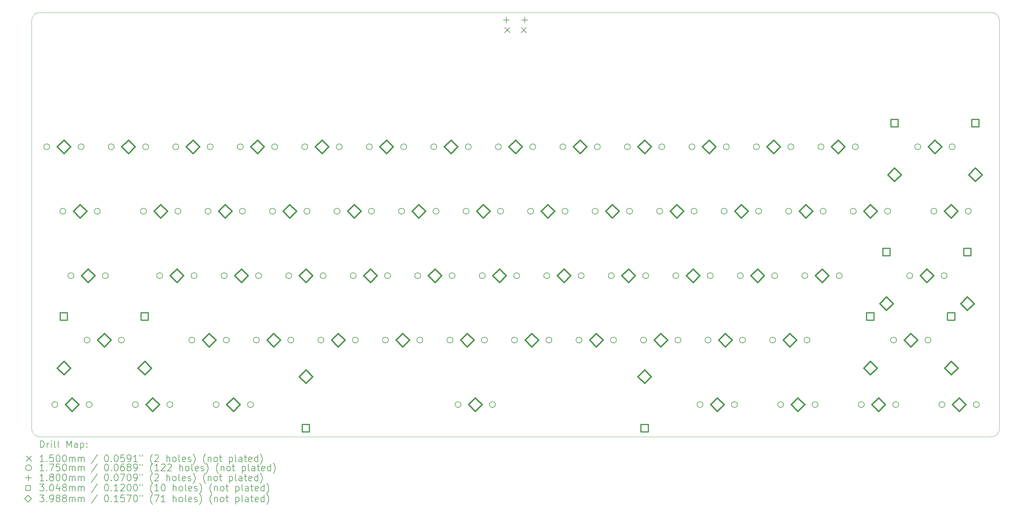
<source format=gbr>
%TF.GenerationSoftware,KiCad,Pcbnew,7.0.4*%
%TF.CreationDate,2023-05-29T10:38:24-04:00*%
%TF.ProjectId,keyboard,6b657962-6f61-4726-942e-6b696361645f,rev?*%
%TF.SameCoordinates,Original*%
%TF.FileFunction,Drillmap*%
%TF.FilePolarity,Positive*%
%FSLAX45Y45*%
G04 Gerber Fmt 4.5, Leading zero omitted, Abs format (unit mm)*
G04 Created by KiCad (PCBNEW 7.0.4) date 2023-05-29 10:38:24*
%MOMM*%
%LPD*%
G01*
G04 APERTURE LIST*
%ADD10C,0.100000*%
%ADD11C,0.200000*%
%ADD12C,0.150000*%
%ADD13C,0.175000*%
%ADD14C,0.180000*%
%ADD15C,0.304800*%
%ADD16C,0.398780*%
G04 APERTURE END LIST*
D10*
X5794375Y-4921250D02*
X33893125Y-4921250D01*
X5556250Y-5159375D02*
X5556250Y-17224375D01*
X33893125Y-17462500D02*
G75*
G03*
X34131250Y-17224375I-5J238130D01*
G01*
X34131250Y-5159375D02*
G75*
G03*
X33893125Y-4921250I-238130J-5D01*
G01*
X5556250Y-17224375D02*
G75*
G03*
X5794375Y-17462500I238130J5D01*
G01*
X34131250Y-5159375D02*
X34131250Y-17224375D01*
X33893125Y-17462500D02*
X5794375Y-17462500D01*
X5794375Y-4921250D02*
G75*
G03*
X5556250Y-5159375I0J-238125D01*
G01*
D11*
D12*
X19526250Y-5368625D02*
X19676250Y-5518625D01*
X19676250Y-5368625D02*
X19526250Y-5518625D01*
X20011250Y-5368625D02*
X20161250Y-5518625D01*
X20161250Y-5368625D02*
X20011250Y-5518625D01*
D13*
X6088250Y-8890000D02*
G75*
G03*
X6088250Y-8890000I-87500J0D01*
G01*
X6326375Y-16510000D02*
G75*
G03*
X6326375Y-16510000I-87500J0D01*
G01*
X6564500Y-10795000D02*
G75*
G03*
X6564500Y-10795000I-87500J0D01*
G01*
X6802625Y-12700000D02*
G75*
G03*
X6802625Y-12700000I-87500J0D01*
G01*
X7104250Y-8890000D02*
G75*
G03*
X7104250Y-8890000I-87500J0D01*
G01*
X7278875Y-14605000D02*
G75*
G03*
X7278875Y-14605000I-87500J0D01*
G01*
X7342375Y-16510000D02*
G75*
G03*
X7342375Y-16510000I-87500J0D01*
G01*
X7580500Y-10795000D02*
G75*
G03*
X7580500Y-10795000I-87500J0D01*
G01*
X7818625Y-12700000D02*
G75*
G03*
X7818625Y-12700000I-87500J0D01*
G01*
X7993250Y-8890000D02*
G75*
G03*
X7993250Y-8890000I-87500J0D01*
G01*
X8294875Y-14605000D02*
G75*
G03*
X8294875Y-14605000I-87500J0D01*
G01*
X8707625Y-16510000D02*
G75*
G03*
X8707625Y-16510000I-87500J0D01*
G01*
X8945750Y-10795000D02*
G75*
G03*
X8945750Y-10795000I-87500J0D01*
G01*
X9009250Y-8890000D02*
G75*
G03*
X9009250Y-8890000I-87500J0D01*
G01*
X9422000Y-12700000D02*
G75*
G03*
X9422000Y-12700000I-87500J0D01*
G01*
X9723625Y-16510000D02*
G75*
G03*
X9723625Y-16510000I-87500J0D01*
G01*
X9898250Y-8890000D02*
G75*
G03*
X9898250Y-8890000I-87500J0D01*
G01*
X9961750Y-10795000D02*
G75*
G03*
X9961750Y-10795000I-87500J0D01*
G01*
X10374500Y-14605000D02*
G75*
G03*
X10374500Y-14605000I-87500J0D01*
G01*
X10438000Y-12700000D02*
G75*
G03*
X10438000Y-12700000I-87500J0D01*
G01*
X10850750Y-10795000D02*
G75*
G03*
X10850750Y-10795000I-87500J0D01*
G01*
X10914250Y-8890000D02*
G75*
G03*
X10914250Y-8890000I-87500J0D01*
G01*
X11088875Y-16510000D02*
G75*
G03*
X11088875Y-16510000I-87500J0D01*
G01*
X11327000Y-12700000D02*
G75*
G03*
X11327000Y-12700000I-87500J0D01*
G01*
X11390500Y-14605000D02*
G75*
G03*
X11390500Y-14605000I-87500J0D01*
G01*
X11803250Y-8890000D02*
G75*
G03*
X11803250Y-8890000I-87500J0D01*
G01*
X11866750Y-10795000D02*
G75*
G03*
X11866750Y-10795000I-87500J0D01*
G01*
X12104875Y-16510000D02*
G75*
G03*
X12104875Y-16510000I-87500J0D01*
G01*
X12279500Y-14605000D02*
G75*
G03*
X12279500Y-14605000I-87500J0D01*
G01*
X12343000Y-12700000D02*
G75*
G03*
X12343000Y-12700000I-87500J0D01*
G01*
X12755750Y-10795000D02*
G75*
G03*
X12755750Y-10795000I-87500J0D01*
G01*
X12819250Y-8890000D02*
G75*
G03*
X12819250Y-8890000I-87500J0D01*
G01*
X13232000Y-12700000D02*
G75*
G03*
X13232000Y-12700000I-87500J0D01*
G01*
X13295500Y-14605000D02*
G75*
G03*
X13295500Y-14605000I-87500J0D01*
G01*
X13708250Y-8890000D02*
G75*
G03*
X13708250Y-8890000I-87500J0D01*
G01*
X13771750Y-10795000D02*
G75*
G03*
X13771750Y-10795000I-87500J0D01*
G01*
X14184500Y-14605000D02*
G75*
G03*
X14184500Y-14605000I-87500J0D01*
G01*
X14248000Y-12700000D02*
G75*
G03*
X14248000Y-12700000I-87500J0D01*
G01*
X14660750Y-10795000D02*
G75*
G03*
X14660750Y-10795000I-87500J0D01*
G01*
X14724250Y-8890000D02*
G75*
G03*
X14724250Y-8890000I-87500J0D01*
G01*
X15137000Y-12700000D02*
G75*
G03*
X15137000Y-12700000I-87500J0D01*
G01*
X15200500Y-14605000D02*
G75*
G03*
X15200500Y-14605000I-87500J0D01*
G01*
X15613250Y-8890000D02*
G75*
G03*
X15613250Y-8890000I-87500J0D01*
G01*
X15676750Y-10795000D02*
G75*
G03*
X15676750Y-10795000I-87500J0D01*
G01*
X16089500Y-14605000D02*
G75*
G03*
X16089500Y-14605000I-87500J0D01*
G01*
X16153000Y-12700000D02*
G75*
G03*
X16153000Y-12700000I-87500J0D01*
G01*
X16565750Y-10795000D02*
G75*
G03*
X16565750Y-10795000I-87500J0D01*
G01*
X16629250Y-8890000D02*
G75*
G03*
X16629250Y-8890000I-87500J0D01*
G01*
X17042000Y-12700000D02*
G75*
G03*
X17042000Y-12700000I-87500J0D01*
G01*
X17105500Y-14605000D02*
G75*
G03*
X17105500Y-14605000I-87500J0D01*
G01*
X17518250Y-8890000D02*
G75*
G03*
X17518250Y-8890000I-87500J0D01*
G01*
X17581750Y-10795000D02*
G75*
G03*
X17581750Y-10795000I-87500J0D01*
G01*
X17994500Y-14605000D02*
G75*
G03*
X17994500Y-14605000I-87500J0D01*
G01*
X18058000Y-12700000D02*
G75*
G03*
X18058000Y-12700000I-87500J0D01*
G01*
X18232625Y-16510000D02*
G75*
G03*
X18232625Y-16510000I-87500J0D01*
G01*
X18470750Y-10795000D02*
G75*
G03*
X18470750Y-10795000I-87500J0D01*
G01*
X18534250Y-8890000D02*
G75*
G03*
X18534250Y-8890000I-87500J0D01*
G01*
X18947000Y-12700000D02*
G75*
G03*
X18947000Y-12700000I-87500J0D01*
G01*
X19010500Y-14605000D02*
G75*
G03*
X19010500Y-14605000I-87500J0D01*
G01*
X19248625Y-16510000D02*
G75*
G03*
X19248625Y-16510000I-87500J0D01*
G01*
X19423250Y-8890000D02*
G75*
G03*
X19423250Y-8890000I-87500J0D01*
G01*
X19486750Y-10795000D02*
G75*
G03*
X19486750Y-10795000I-87500J0D01*
G01*
X19899500Y-14605000D02*
G75*
G03*
X19899500Y-14605000I-87500J0D01*
G01*
X19963000Y-12700000D02*
G75*
G03*
X19963000Y-12700000I-87500J0D01*
G01*
X20375750Y-10795000D02*
G75*
G03*
X20375750Y-10795000I-87500J0D01*
G01*
X20439250Y-8890000D02*
G75*
G03*
X20439250Y-8890000I-87500J0D01*
G01*
X20852000Y-12700000D02*
G75*
G03*
X20852000Y-12700000I-87500J0D01*
G01*
X20915500Y-14605000D02*
G75*
G03*
X20915500Y-14605000I-87500J0D01*
G01*
X21328250Y-8890000D02*
G75*
G03*
X21328250Y-8890000I-87500J0D01*
G01*
X21391750Y-10795000D02*
G75*
G03*
X21391750Y-10795000I-87500J0D01*
G01*
X21804500Y-14605000D02*
G75*
G03*
X21804500Y-14605000I-87500J0D01*
G01*
X21868000Y-12700000D02*
G75*
G03*
X21868000Y-12700000I-87500J0D01*
G01*
X22280750Y-10795000D02*
G75*
G03*
X22280750Y-10795000I-87500J0D01*
G01*
X22344250Y-8890000D02*
G75*
G03*
X22344250Y-8890000I-87500J0D01*
G01*
X22757000Y-12700000D02*
G75*
G03*
X22757000Y-12700000I-87500J0D01*
G01*
X22820500Y-14605000D02*
G75*
G03*
X22820500Y-14605000I-87500J0D01*
G01*
X23233250Y-8890000D02*
G75*
G03*
X23233250Y-8890000I-87500J0D01*
G01*
X23296750Y-10795000D02*
G75*
G03*
X23296750Y-10795000I-87500J0D01*
G01*
X23709500Y-14605000D02*
G75*
G03*
X23709500Y-14605000I-87500J0D01*
G01*
X23773000Y-12700000D02*
G75*
G03*
X23773000Y-12700000I-87500J0D01*
G01*
X24185750Y-10795000D02*
G75*
G03*
X24185750Y-10795000I-87500J0D01*
G01*
X24249250Y-8890000D02*
G75*
G03*
X24249250Y-8890000I-87500J0D01*
G01*
X24662000Y-12700000D02*
G75*
G03*
X24662000Y-12700000I-87500J0D01*
G01*
X24725500Y-14605000D02*
G75*
G03*
X24725500Y-14605000I-87500J0D01*
G01*
X25138250Y-8890000D02*
G75*
G03*
X25138250Y-8890000I-87500J0D01*
G01*
X25201750Y-10795000D02*
G75*
G03*
X25201750Y-10795000I-87500J0D01*
G01*
X25376375Y-16510000D02*
G75*
G03*
X25376375Y-16510000I-87500J0D01*
G01*
X25614500Y-14605000D02*
G75*
G03*
X25614500Y-14605000I-87500J0D01*
G01*
X25678000Y-12700000D02*
G75*
G03*
X25678000Y-12700000I-87500J0D01*
G01*
X26090750Y-10795000D02*
G75*
G03*
X26090750Y-10795000I-87500J0D01*
G01*
X26154250Y-8890000D02*
G75*
G03*
X26154250Y-8890000I-87500J0D01*
G01*
X26392375Y-16510000D02*
G75*
G03*
X26392375Y-16510000I-87500J0D01*
G01*
X26567000Y-12700000D02*
G75*
G03*
X26567000Y-12700000I-87500J0D01*
G01*
X26630500Y-14605000D02*
G75*
G03*
X26630500Y-14605000I-87500J0D01*
G01*
X27043250Y-8890000D02*
G75*
G03*
X27043250Y-8890000I-87500J0D01*
G01*
X27106750Y-10795000D02*
G75*
G03*
X27106750Y-10795000I-87500J0D01*
G01*
X27519500Y-14605000D02*
G75*
G03*
X27519500Y-14605000I-87500J0D01*
G01*
X27583000Y-12700000D02*
G75*
G03*
X27583000Y-12700000I-87500J0D01*
G01*
X27757625Y-16510000D02*
G75*
G03*
X27757625Y-16510000I-87500J0D01*
G01*
X27995750Y-10795000D02*
G75*
G03*
X27995750Y-10795000I-87500J0D01*
G01*
X28059250Y-8890000D02*
G75*
G03*
X28059250Y-8890000I-87500J0D01*
G01*
X28472000Y-12700000D02*
G75*
G03*
X28472000Y-12700000I-87500J0D01*
G01*
X28535500Y-14605000D02*
G75*
G03*
X28535500Y-14605000I-87500J0D01*
G01*
X28773625Y-16510000D02*
G75*
G03*
X28773625Y-16510000I-87500J0D01*
G01*
X28948250Y-8890000D02*
G75*
G03*
X28948250Y-8890000I-87500J0D01*
G01*
X29011750Y-10795000D02*
G75*
G03*
X29011750Y-10795000I-87500J0D01*
G01*
X29488000Y-12700000D02*
G75*
G03*
X29488000Y-12700000I-87500J0D01*
G01*
X29900750Y-10795000D02*
G75*
G03*
X29900750Y-10795000I-87500J0D01*
G01*
X29964250Y-8890000D02*
G75*
G03*
X29964250Y-8890000I-87500J0D01*
G01*
X30138875Y-16510000D02*
G75*
G03*
X30138875Y-16510000I-87500J0D01*
G01*
X30916750Y-10795000D02*
G75*
G03*
X30916750Y-10795000I-87500J0D01*
G01*
X31091375Y-14605000D02*
G75*
G03*
X31091375Y-14605000I-87500J0D01*
G01*
X31154875Y-16510000D02*
G75*
G03*
X31154875Y-16510000I-87500J0D01*
G01*
X31567625Y-12700000D02*
G75*
G03*
X31567625Y-12700000I-87500J0D01*
G01*
X31805750Y-8890000D02*
G75*
G03*
X31805750Y-8890000I-87500J0D01*
G01*
X32107375Y-14605000D02*
G75*
G03*
X32107375Y-14605000I-87500J0D01*
G01*
X32282000Y-10795000D02*
G75*
G03*
X32282000Y-10795000I-87500J0D01*
G01*
X32520125Y-16510000D02*
G75*
G03*
X32520125Y-16510000I-87500J0D01*
G01*
X32583625Y-12700000D02*
G75*
G03*
X32583625Y-12700000I-87500J0D01*
G01*
X32821750Y-8890000D02*
G75*
G03*
X32821750Y-8890000I-87500J0D01*
G01*
X33298000Y-10795000D02*
G75*
G03*
X33298000Y-10795000I-87500J0D01*
G01*
X33536125Y-16510000D02*
G75*
G03*
X33536125Y-16510000I-87500J0D01*
G01*
D14*
X19571250Y-5050625D02*
X19571250Y-5230625D01*
X19481250Y-5140625D02*
X19661250Y-5140625D01*
X20116250Y-5050625D02*
X20116250Y-5230625D01*
X20026250Y-5140625D02*
X20206250Y-5140625D01*
D15*
X6613339Y-14014264D02*
X6613339Y-13798736D01*
X6397811Y-13798736D01*
X6397811Y-14014264D01*
X6613339Y-14014264D01*
X9000939Y-14014264D02*
X9000939Y-13798736D01*
X8785411Y-13798736D01*
X8785411Y-14014264D01*
X9000939Y-14014264D01*
X13760899Y-17316264D02*
X13760899Y-17100736D01*
X13545371Y-17100736D01*
X13545371Y-17316264D01*
X13760899Y-17316264D01*
X23760879Y-17316264D02*
X23760879Y-17100736D01*
X23545351Y-17100736D01*
X23545351Y-17316264D01*
X23760879Y-17316264D01*
X30425839Y-14014264D02*
X30425839Y-13798736D01*
X30210311Y-13798736D01*
X30210311Y-14014264D01*
X30425839Y-14014264D01*
X30902089Y-12109264D02*
X30902089Y-11893736D01*
X30686561Y-11893736D01*
X30686561Y-12109264D01*
X30902089Y-12109264D01*
X31140214Y-8299264D02*
X31140214Y-8083736D01*
X30924686Y-8083736D01*
X30924686Y-8299264D01*
X31140214Y-8299264D01*
X32813439Y-14014264D02*
X32813439Y-13798736D01*
X32597911Y-13798736D01*
X32597911Y-14014264D01*
X32813439Y-14014264D01*
X33289689Y-12109264D02*
X33289689Y-11893736D01*
X33074161Y-11893736D01*
X33074161Y-12109264D01*
X33289689Y-12109264D01*
X33527814Y-8299264D02*
X33527814Y-8083736D01*
X33312286Y-8083736D01*
X33312286Y-8299264D01*
X33527814Y-8299264D01*
D16*
X6505575Y-15629890D02*
X6704965Y-15430500D01*
X6505575Y-15231110D01*
X6306185Y-15430500D01*
X6505575Y-15629890D01*
X6508750Y-9089390D02*
X6708140Y-8890000D01*
X6508750Y-8690610D01*
X6309360Y-8890000D01*
X6508750Y-9089390D01*
X6746875Y-16709390D02*
X6946265Y-16510000D01*
X6746875Y-16310610D01*
X6547485Y-16510000D01*
X6746875Y-16709390D01*
X6985000Y-10994390D02*
X7184390Y-10795000D01*
X6985000Y-10595610D01*
X6785610Y-10795000D01*
X6985000Y-10994390D01*
X7223125Y-12899390D02*
X7422515Y-12700000D01*
X7223125Y-12500610D01*
X7023735Y-12700000D01*
X7223125Y-12899390D01*
X7699375Y-14804390D02*
X7898765Y-14605000D01*
X7699375Y-14405610D01*
X7499985Y-14605000D01*
X7699375Y-14804390D01*
X8413750Y-9089390D02*
X8613140Y-8890000D01*
X8413750Y-8690610D01*
X8214360Y-8890000D01*
X8413750Y-9089390D01*
X8893175Y-15629890D02*
X9092565Y-15430500D01*
X8893175Y-15231110D01*
X8693785Y-15430500D01*
X8893175Y-15629890D01*
X9128125Y-16709390D02*
X9327515Y-16510000D01*
X9128125Y-16310610D01*
X8928735Y-16510000D01*
X9128125Y-16709390D01*
X9366250Y-10994390D02*
X9565640Y-10795000D01*
X9366250Y-10595610D01*
X9166860Y-10795000D01*
X9366250Y-10994390D01*
X9842500Y-12899390D02*
X10041890Y-12700000D01*
X9842500Y-12500610D01*
X9643110Y-12700000D01*
X9842500Y-12899390D01*
X10318750Y-9089390D02*
X10518140Y-8890000D01*
X10318750Y-8690610D01*
X10119360Y-8890000D01*
X10318750Y-9089390D01*
X10795000Y-14804390D02*
X10994390Y-14605000D01*
X10795000Y-14405610D01*
X10595610Y-14605000D01*
X10795000Y-14804390D01*
X11271250Y-10994390D02*
X11470640Y-10795000D01*
X11271250Y-10595610D01*
X11071860Y-10795000D01*
X11271250Y-10994390D01*
X11509375Y-16709390D02*
X11708765Y-16510000D01*
X11509375Y-16310610D01*
X11309985Y-16510000D01*
X11509375Y-16709390D01*
X11747500Y-12899390D02*
X11946890Y-12700000D01*
X11747500Y-12500610D01*
X11548110Y-12700000D01*
X11747500Y-12899390D01*
X12223750Y-9089390D02*
X12423140Y-8890000D01*
X12223750Y-8690610D01*
X12024360Y-8890000D01*
X12223750Y-9089390D01*
X12700000Y-14804390D02*
X12899390Y-14605000D01*
X12700000Y-14405610D01*
X12500610Y-14605000D01*
X12700000Y-14804390D01*
X13176250Y-10994390D02*
X13375640Y-10795000D01*
X13176250Y-10595610D01*
X12976860Y-10795000D01*
X13176250Y-10994390D01*
X13652500Y-12899390D02*
X13851890Y-12700000D01*
X13652500Y-12500610D01*
X13453110Y-12700000D01*
X13652500Y-12899390D01*
X13653135Y-15883890D02*
X13852525Y-15684500D01*
X13653135Y-15485110D01*
X13453745Y-15684500D01*
X13653135Y-15883890D01*
X14128750Y-9089390D02*
X14328140Y-8890000D01*
X14128750Y-8690610D01*
X13929360Y-8890000D01*
X14128750Y-9089390D01*
X14605000Y-14804390D02*
X14804390Y-14605000D01*
X14605000Y-14405610D01*
X14405610Y-14605000D01*
X14605000Y-14804390D01*
X15081250Y-10994390D02*
X15280640Y-10795000D01*
X15081250Y-10595610D01*
X14881860Y-10795000D01*
X15081250Y-10994390D01*
X15557500Y-12899390D02*
X15756890Y-12700000D01*
X15557500Y-12500610D01*
X15358110Y-12700000D01*
X15557500Y-12899390D01*
X16033750Y-9089390D02*
X16233140Y-8890000D01*
X16033750Y-8690610D01*
X15834360Y-8890000D01*
X16033750Y-9089390D01*
X16510000Y-14804390D02*
X16709390Y-14605000D01*
X16510000Y-14405610D01*
X16310610Y-14605000D01*
X16510000Y-14804390D01*
X16986250Y-10994390D02*
X17185640Y-10795000D01*
X16986250Y-10595610D01*
X16786860Y-10795000D01*
X16986250Y-10994390D01*
X17462500Y-12899390D02*
X17661890Y-12700000D01*
X17462500Y-12500610D01*
X17263110Y-12700000D01*
X17462500Y-12899390D01*
X17938750Y-9089390D02*
X18138140Y-8890000D01*
X17938750Y-8690610D01*
X17739360Y-8890000D01*
X17938750Y-9089390D01*
X18415000Y-14804390D02*
X18614390Y-14605000D01*
X18415000Y-14405610D01*
X18215610Y-14605000D01*
X18415000Y-14804390D01*
X18653125Y-16709390D02*
X18852515Y-16510000D01*
X18653125Y-16310610D01*
X18453735Y-16510000D01*
X18653125Y-16709390D01*
X18891250Y-10994390D02*
X19090640Y-10795000D01*
X18891250Y-10595610D01*
X18691860Y-10795000D01*
X18891250Y-10994390D01*
X19367500Y-12899390D02*
X19566890Y-12700000D01*
X19367500Y-12500610D01*
X19168110Y-12700000D01*
X19367500Y-12899390D01*
X19843750Y-9089390D02*
X20043140Y-8890000D01*
X19843750Y-8690610D01*
X19644360Y-8890000D01*
X19843750Y-9089390D01*
X20320000Y-14804390D02*
X20519390Y-14605000D01*
X20320000Y-14405610D01*
X20120610Y-14605000D01*
X20320000Y-14804390D01*
X20796250Y-10994390D02*
X20995640Y-10795000D01*
X20796250Y-10595610D01*
X20596860Y-10795000D01*
X20796250Y-10994390D01*
X21272500Y-12899390D02*
X21471890Y-12700000D01*
X21272500Y-12500610D01*
X21073110Y-12700000D01*
X21272500Y-12899390D01*
X21748750Y-9089390D02*
X21948140Y-8890000D01*
X21748750Y-8690610D01*
X21549360Y-8890000D01*
X21748750Y-9089390D01*
X22225000Y-14804390D02*
X22424390Y-14605000D01*
X22225000Y-14405610D01*
X22025610Y-14605000D01*
X22225000Y-14804390D01*
X22701250Y-10994390D02*
X22900640Y-10795000D01*
X22701250Y-10595610D01*
X22501860Y-10795000D01*
X22701250Y-10994390D01*
X23177500Y-12899390D02*
X23376890Y-12700000D01*
X23177500Y-12500610D01*
X22978110Y-12700000D01*
X23177500Y-12899390D01*
X23653115Y-15883890D02*
X23852505Y-15684500D01*
X23653115Y-15485110D01*
X23453725Y-15684500D01*
X23653115Y-15883890D01*
X23653750Y-9089390D02*
X23853140Y-8890000D01*
X23653750Y-8690610D01*
X23454360Y-8890000D01*
X23653750Y-9089390D01*
X24130000Y-14804390D02*
X24329390Y-14605000D01*
X24130000Y-14405610D01*
X23930610Y-14605000D01*
X24130000Y-14804390D01*
X24606250Y-10994390D02*
X24805640Y-10795000D01*
X24606250Y-10595610D01*
X24406860Y-10795000D01*
X24606250Y-10994390D01*
X25082500Y-12899390D02*
X25281890Y-12700000D01*
X25082500Y-12500610D01*
X24883110Y-12700000D01*
X25082500Y-12899390D01*
X25558750Y-9089390D02*
X25758140Y-8890000D01*
X25558750Y-8690610D01*
X25359360Y-8890000D01*
X25558750Y-9089390D01*
X25796875Y-16709390D02*
X25996265Y-16510000D01*
X25796875Y-16310610D01*
X25597485Y-16510000D01*
X25796875Y-16709390D01*
X26035000Y-14804390D02*
X26234390Y-14605000D01*
X26035000Y-14405610D01*
X25835610Y-14605000D01*
X26035000Y-14804390D01*
X26511250Y-10994390D02*
X26710640Y-10795000D01*
X26511250Y-10595610D01*
X26311860Y-10795000D01*
X26511250Y-10994390D01*
X26987500Y-12899390D02*
X27186890Y-12700000D01*
X26987500Y-12500610D01*
X26788110Y-12700000D01*
X26987500Y-12899390D01*
X27463750Y-9089390D02*
X27663140Y-8890000D01*
X27463750Y-8690610D01*
X27264360Y-8890000D01*
X27463750Y-9089390D01*
X27940000Y-14804390D02*
X28139390Y-14605000D01*
X27940000Y-14405610D01*
X27740610Y-14605000D01*
X27940000Y-14804390D01*
X28178125Y-16709390D02*
X28377515Y-16510000D01*
X28178125Y-16310610D01*
X27978735Y-16510000D01*
X28178125Y-16709390D01*
X28416250Y-10994390D02*
X28615640Y-10795000D01*
X28416250Y-10595610D01*
X28216860Y-10795000D01*
X28416250Y-10994390D01*
X28892500Y-12899390D02*
X29091890Y-12700000D01*
X28892500Y-12500610D01*
X28693110Y-12700000D01*
X28892500Y-12899390D01*
X29368750Y-9089390D02*
X29568140Y-8890000D01*
X29368750Y-8690610D01*
X29169360Y-8890000D01*
X29368750Y-9089390D01*
X30318075Y-15629890D02*
X30517465Y-15430500D01*
X30318075Y-15231110D01*
X30118685Y-15430500D01*
X30318075Y-15629890D01*
X30321250Y-10994390D02*
X30520640Y-10795000D01*
X30321250Y-10595610D01*
X30121860Y-10795000D01*
X30321250Y-10994390D01*
X30559375Y-16709390D02*
X30758765Y-16510000D01*
X30559375Y-16310610D01*
X30359985Y-16510000D01*
X30559375Y-16709390D01*
X30794325Y-13724890D02*
X30993715Y-13525500D01*
X30794325Y-13326110D01*
X30594935Y-13525500D01*
X30794325Y-13724890D01*
X31032450Y-9914890D02*
X31231840Y-9715500D01*
X31032450Y-9516110D01*
X30833060Y-9715500D01*
X31032450Y-9914890D01*
X31511875Y-14804390D02*
X31711265Y-14605000D01*
X31511875Y-14405610D01*
X31312485Y-14605000D01*
X31511875Y-14804390D01*
X31988125Y-12899390D02*
X32187515Y-12700000D01*
X31988125Y-12500610D01*
X31788735Y-12700000D01*
X31988125Y-12899390D01*
X32226250Y-9089390D02*
X32425640Y-8890000D01*
X32226250Y-8690610D01*
X32026860Y-8890000D01*
X32226250Y-9089390D01*
X32702500Y-10994390D02*
X32901890Y-10795000D01*
X32702500Y-10595610D01*
X32503110Y-10795000D01*
X32702500Y-10994390D01*
X32705675Y-15629890D02*
X32905065Y-15430500D01*
X32705675Y-15231110D01*
X32506285Y-15430500D01*
X32705675Y-15629890D01*
X32940625Y-16709390D02*
X33140015Y-16510000D01*
X32940625Y-16310610D01*
X32741235Y-16510000D01*
X32940625Y-16709390D01*
X33181925Y-13724890D02*
X33381315Y-13525500D01*
X33181925Y-13326110D01*
X32982535Y-13525500D01*
X33181925Y-13724890D01*
X33420050Y-9914890D02*
X33619440Y-9715500D01*
X33420050Y-9516110D01*
X33220660Y-9715500D01*
X33420050Y-9914890D01*
D11*
X5812027Y-17778984D02*
X5812027Y-17578984D01*
X5812027Y-17578984D02*
X5859646Y-17578984D01*
X5859646Y-17578984D02*
X5888217Y-17588508D01*
X5888217Y-17588508D02*
X5907265Y-17607555D01*
X5907265Y-17607555D02*
X5916789Y-17626603D01*
X5916789Y-17626603D02*
X5926312Y-17664698D01*
X5926312Y-17664698D02*
X5926312Y-17693270D01*
X5926312Y-17693270D02*
X5916789Y-17731365D01*
X5916789Y-17731365D02*
X5907265Y-17750412D01*
X5907265Y-17750412D02*
X5888217Y-17769460D01*
X5888217Y-17769460D02*
X5859646Y-17778984D01*
X5859646Y-17778984D02*
X5812027Y-17778984D01*
X6012027Y-17778984D02*
X6012027Y-17645650D01*
X6012027Y-17683746D02*
X6021551Y-17664698D01*
X6021551Y-17664698D02*
X6031074Y-17655174D01*
X6031074Y-17655174D02*
X6050122Y-17645650D01*
X6050122Y-17645650D02*
X6069170Y-17645650D01*
X6135836Y-17778984D02*
X6135836Y-17645650D01*
X6135836Y-17578984D02*
X6126312Y-17588508D01*
X6126312Y-17588508D02*
X6135836Y-17598031D01*
X6135836Y-17598031D02*
X6145360Y-17588508D01*
X6145360Y-17588508D02*
X6135836Y-17578984D01*
X6135836Y-17578984D02*
X6135836Y-17598031D01*
X6259646Y-17778984D02*
X6240598Y-17769460D01*
X6240598Y-17769460D02*
X6231074Y-17750412D01*
X6231074Y-17750412D02*
X6231074Y-17578984D01*
X6364408Y-17778984D02*
X6345360Y-17769460D01*
X6345360Y-17769460D02*
X6335836Y-17750412D01*
X6335836Y-17750412D02*
X6335836Y-17578984D01*
X6592979Y-17778984D02*
X6592979Y-17578984D01*
X6592979Y-17578984D02*
X6659646Y-17721841D01*
X6659646Y-17721841D02*
X6726312Y-17578984D01*
X6726312Y-17578984D02*
X6726312Y-17778984D01*
X6907265Y-17778984D02*
X6907265Y-17674222D01*
X6907265Y-17674222D02*
X6897741Y-17655174D01*
X6897741Y-17655174D02*
X6878693Y-17645650D01*
X6878693Y-17645650D02*
X6840598Y-17645650D01*
X6840598Y-17645650D02*
X6821551Y-17655174D01*
X6907265Y-17769460D02*
X6888217Y-17778984D01*
X6888217Y-17778984D02*
X6840598Y-17778984D01*
X6840598Y-17778984D02*
X6821551Y-17769460D01*
X6821551Y-17769460D02*
X6812027Y-17750412D01*
X6812027Y-17750412D02*
X6812027Y-17731365D01*
X6812027Y-17731365D02*
X6821551Y-17712317D01*
X6821551Y-17712317D02*
X6840598Y-17702793D01*
X6840598Y-17702793D02*
X6888217Y-17702793D01*
X6888217Y-17702793D02*
X6907265Y-17693270D01*
X7002503Y-17645650D02*
X7002503Y-17845650D01*
X7002503Y-17655174D02*
X7021551Y-17645650D01*
X7021551Y-17645650D02*
X7059646Y-17645650D01*
X7059646Y-17645650D02*
X7078693Y-17655174D01*
X7078693Y-17655174D02*
X7088217Y-17664698D01*
X7088217Y-17664698D02*
X7097741Y-17683746D01*
X7097741Y-17683746D02*
X7097741Y-17740889D01*
X7097741Y-17740889D02*
X7088217Y-17759936D01*
X7088217Y-17759936D02*
X7078693Y-17769460D01*
X7078693Y-17769460D02*
X7059646Y-17778984D01*
X7059646Y-17778984D02*
X7021551Y-17778984D01*
X7021551Y-17778984D02*
X7002503Y-17769460D01*
X7183455Y-17759936D02*
X7192979Y-17769460D01*
X7192979Y-17769460D02*
X7183455Y-17778984D01*
X7183455Y-17778984D02*
X7173932Y-17769460D01*
X7173932Y-17769460D02*
X7183455Y-17759936D01*
X7183455Y-17759936D02*
X7183455Y-17778984D01*
X7183455Y-17655174D02*
X7192979Y-17664698D01*
X7192979Y-17664698D02*
X7183455Y-17674222D01*
X7183455Y-17674222D02*
X7173932Y-17664698D01*
X7173932Y-17664698D02*
X7183455Y-17655174D01*
X7183455Y-17655174D02*
X7183455Y-17674222D01*
D12*
X5401250Y-18032500D02*
X5551250Y-18182500D01*
X5551250Y-18032500D02*
X5401250Y-18182500D01*
D11*
X5916789Y-18198984D02*
X5802503Y-18198984D01*
X5859646Y-18198984D02*
X5859646Y-17998984D01*
X5859646Y-17998984D02*
X5840598Y-18027555D01*
X5840598Y-18027555D02*
X5821551Y-18046603D01*
X5821551Y-18046603D02*
X5802503Y-18056127D01*
X6002503Y-18179936D02*
X6012027Y-18189460D01*
X6012027Y-18189460D02*
X6002503Y-18198984D01*
X6002503Y-18198984D02*
X5992979Y-18189460D01*
X5992979Y-18189460D02*
X6002503Y-18179936D01*
X6002503Y-18179936D02*
X6002503Y-18198984D01*
X6192979Y-17998984D02*
X6097741Y-17998984D01*
X6097741Y-17998984D02*
X6088217Y-18094222D01*
X6088217Y-18094222D02*
X6097741Y-18084698D01*
X6097741Y-18084698D02*
X6116789Y-18075174D01*
X6116789Y-18075174D02*
X6164408Y-18075174D01*
X6164408Y-18075174D02*
X6183455Y-18084698D01*
X6183455Y-18084698D02*
X6192979Y-18094222D01*
X6192979Y-18094222D02*
X6202503Y-18113270D01*
X6202503Y-18113270D02*
X6202503Y-18160889D01*
X6202503Y-18160889D02*
X6192979Y-18179936D01*
X6192979Y-18179936D02*
X6183455Y-18189460D01*
X6183455Y-18189460D02*
X6164408Y-18198984D01*
X6164408Y-18198984D02*
X6116789Y-18198984D01*
X6116789Y-18198984D02*
X6097741Y-18189460D01*
X6097741Y-18189460D02*
X6088217Y-18179936D01*
X6326312Y-17998984D02*
X6345360Y-17998984D01*
X6345360Y-17998984D02*
X6364408Y-18008508D01*
X6364408Y-18008508D02*
X6373932Y-18018031D01*
X6373932Y-18018031D02*
X6383455Y-18037079D01*
X6383455Y-18037079D02*
X6392979Y-18075174D01*
X6392979Y-18075174D02*
X6392979Y-18122793D01*
X6392979Y-18122793D02*
X6383455Y-18160889D01*
X6383455Y-18160889D02*
X6373932Y-18179936D01*
X6373932Y-18179936D02*
X6364408Y-18189460D01*
X6364408Y-18189460D02*
X6345360Y-18198984D01*
X6345360Y-18198984D02*
X6326312Y-18198984D01*
X6326312Y-18198984D02*
X6307265Y-18189460D01*
X6307265Y-18189460D02*
X6297741Y-18179936D01*
X6297741Y-18179936D02*
X6288217Y-18160889D01*
X6288217Y-18160889D02*
X6278693Y-18122793D01*
X6278693Y-18122793D02*
X6278693Y-18075174D01*
X6278693Y-18075174D02*
X6288217Y-18037079D01*
X6288217Y-18037079D02*
X6297741Y-18018031D01*
X6297741Y-18018031D02*
X6307265Y-18008508D01*
X6307265Y-18008508D02*
X6326312Y-17998984D01*
X6516789Y-17998984D02*
X6535836Y-17998984D01*
X6535836Y-17998984D02*
X6554884Y-18008508D01*
X6554884Y-18008508D02*
X6564408Y-18018031D01*
X6564408Y-18018031D02*
X6573932Y-18037079D01*
X6573932Y-18037079D02*
X6583455Y-18075174D01*
X6583455Y-18075174D02*
X6583455Y-18122793D01*
X6583455Y-18122793D02*
X6573932Y-18160889D01*
X6573932Y-18160889D02*
X6564408Y-18179936D01*
X6564408Y-18179936D02*
X6554884Y-18189460D01*
X6554884Y-18189460D02*
X6535836Y-18198984D01*
X6535836Y-18198984D02*
X6516789Y-18198984D01*
X6516789Y-18198984D02*
X6497741Y-18189460D01*
X6497741Y-18189460D02*
X6488217Y-18179936D01*
X6488217Y-18179936D02*
X6478693Y-18160889D01*
X6478693Y-18160889D02*
X6469170Y-18122793D01*
X6469170Y-18122793D02*
X6469170Y-18075174D01*
X6469170Y-18075174D02*
X6478693Y-18037079D01*
X6478693Y-18037079D02*
X6488217Y-18018031D01*
X6488217Y-18018031D02*
X6497741Y-18008508D01*
X6497741Y-18008508D02*
X6516789Y-17998984D01*
X6669170Y-18198984D02*
X6669170Y-18065650D01*
X6669170Y-18084698D02*
X6678693Y-18075174D01*
X6678693Y-18075174D02*
X6697741Y-18065650D01*
X6697741Y-18065650D02*
X6726313Y-18065650D01*
X6726313Y-18065650D02*
X6745360Y-18075174D01*
X6745360Y-18075174D02*
X6754884Y-18094222D01*
X6754884Y-18094222D02*
X6754884Y-18198984D01*
X6754884Y-18094222D02*
X6764408Y-18075174D01*
X6764408Y-18075174D02*
X6783455Y-18065650D01*
X6783455Y-18065650D02*
X6812027Y-18065650D01*
X6812027Y-18065650D02*
X6831074Y-18075174D01*
X6831074Y-18075174D02*
X6840598Y-18094222D01*
X6840598Y-18094222D02*
X6840598Y-18198984D01*
X6935836Y-18198984D02*
X6935836Y-18065650D01*
X6935836Y-18084698D02*
X6945360Y-18075174D01*
X6945360Y-18075174D02*
X6964408Y-18065650D01*
X6964408Y-18065650D02*
X6992979Y-18065650D01*
X6992979Y-18065650D02*
X7012027Y-18075174D01*
X7012027Y-18075174D02*
X7021551Y-18094222D01*
X7021551Y-18094222D02*
X7021551Y-18198984D01*
X7021551Y-18094222D02*
X7031074Y-18075174D01*
X7031074Y-18075174D02*
X7050122Y-18065650D01*
X7050122Y-18065650D02*
X7078693Y-18065650D01*
X7078693Y-18065650D02*
X7097741Y-18075174D01*
X7097741Y-18075174D02*
X7107265Y-18094222D01*
X7107265Y-18094222D02*
X7107265Y-18198984D01*
X7497741Y-17989460D02*
X7326313Y-18246603D01*
X7754884Y-17998984D02*
X7773932Y-17998984D01*
X7773932Y-17998984D02*
X7792979Y-18008508D01*
X7792979Y-18008508D02*
X7802503Y-18018031D01*
X7802503Y-18018031D02*
X7812027Y-18037079D01*
X7812027Y-18037079D02*
X7821551Y-18075174D01*
X7821551Y-18075174D02*
X7821551Y-18122793D01*
X7821551Y-18122793D02*
X7812027Y-18160889D01*
X7812027Y-18160889D02*
X7802503Y-18179936D01*
X7802503Y-18179936D02*
X7792979Y-18189460D01*
X7792979Y-18189460D02*
X7773932Y-18198984D01*
X7773932Y-18198984D02*
X7754884Y-18198984D01*
X7754884Y-18198984D02*
X7735836Y-18189460D01*
X7735836Y-18189460D02*
X7726313Y-18179936D01*
X7726313Y-18179936D02*
X7716789Y-18160889D01*
X7716789Y-18160889D02*
X7707265Y-18122793D01*
X7707265Y-18122793D02*
X7707265Y-18075174D01*
X7707265Y-18075174D02*
X7716789Y-18037079D01*
X7716789Y-18037079D02*
X7726313Y-18018031D01*
X7726313Y-18018031D02*
X7735836Y-18008508D01*
X7735836Y-18008508D02*
X7754884Y-17998984D01*
X7907265Y-18179936D02*
X7916789Y-18189460D01*
X7916789Y-18189460D02*
X7907265Y-18198984D01*
X7907265Y-18198984D02*
X7897741Y-18189460D01*
X7897741Y-18189460D02*
X7907265Y-18179936D01*
X7907265Y-18179936D02*
X7907265Y-18198984D01*
X8040598Y-17998984D02*
X8059646Y-17998984D01*
X8059646Y-17998984D02*
X8078694Y-18008508D01*
X8078694Y-18008508D02*
X8088217Y-18018031D01*
X8088217Y-18018031D02*
X8097741Y-18037079D01*
X8097741Y-18037079D02*
X8107265Y-18075174D01*
X8107265Y-18075174D02*
X8107265Y-18122793D01*
X8107265Y-18122793D02*
X8097741Y-18160889D01*
X8097741Y-18160889D02*
X8088217Y-18179936D01*
X8088217Y-18179936D02*
X8078694Y-18189460D01*
X8078694Y-18189460D02*
X8059646Y-18198984D01*
X8059646Y-18198984D02*
X8040598Y-18198984D01*
X8040598Y-18198984D02*
X8021551Y-18189460D01*
X8021551Y-18189460D02*
X8012027Y-18179936D01*
X8012027Y-18179936D02*
X8002503Y-18160889D01*
X8002503Y-18160889D02*
X7992979Y-18122793D01*
X7992979Y-18122793D02*
X7992979Y-18075174D01*
X7992979Y-18075174D02*
X8002503Y-18037079D01*
X8002503Y-18037079D02*
X8012027Y-18018031D01*
X8012027Y-18018031D02*
X8021551Y-18008508D01*
X8021551Y-18008508D02*
X8040598Y-17998984D01*
X8288217Y-17998984D02*
X8192979Y-17998984D01*
X8192979Y-17998984D02*
X8183456Y-18094222D01*
X8183456Y-18094222D02*
X8192979Y-18084698D01*
X8192979Y-18084698D02*
X8212027Y-18075174D01*
X8212027Y-18075174D02*
X8259646Y-18075174D01*
X8259646Y-18075174D02*
X8278694Y-18084698D01*
X8278694Y-18084698D02*
X8288217Y-18094222D01*
X8288217Y-18094222D02*
X8297741Y-18113270D01*
X8297741Y-18113270D02*
X8297741Y-18160889D01*
X8297741Y-18160889D02*
X8288217Y-18179936D01*
X8288217Y-18179936D02*
X8278694Y-18189460D01*
X8278694Y-18189460D02*
X8259646Y-18198984D01*
X8259646Y-18198984D02*
X8212027Y-18198984D01*
X8212027Y-18198984D02*
X8192979Y-18189460D01*
X8192979Y-18189460D02*
X8183456Y-18179936D01*
X8392979Y-18198984D02*
X8431075Y-18198984D01*
X8431075Y-18198984D02*
X8450122Y-18189460D01*
X8450122Y-18189460D02*
X8459646Y-18179936D01*
X8459646Y-18179936D02*
X8478694Y-18151365D01*
X8478694Y-18151365D02*
X8488218Y-18113270D01*
X8488218Y-18113270D02*
X8488218Y-18037079D01*
X8488218Y-18037079D02*
X8478694Y-18018031D01*
X8478694Y-18018031D02*
X8469170Y-18008508D01*
X8469170Y-18008508D02*
X8450122Y-17998984D01*
X8450122Y-17998984D02*
X8412027Y-17998984D01*
X8412027Y-17998984D02*
X8392979Y-18008508D01*
X8392979Y-18008508D02*
X8383456Y-18018031D01*
X8383456Y-18018031D02*
X8373932Y-18037079D01*
X8373932Y-18037079D02*
X8373932Y-18084698D01*
X8373932Y-18084698D02*
X8383456Y-18103746D01*
X8383456Y-18103746D02*
X8392979Y-18113270D01*
X8392979Y-18113270D02*
X8412027Y-18122793D01*
X8412027Y-18122793D02*
X8450122Y-18122793D01*
X8450122Y-18122793D02*
X8469170Y-18113270D01*
X8469170Y-18113270D02*
X8478694Y-18103746D01*
X8478694Y-18103746D02*
X8488218Y-18084698D01*
X8678694Y-18198984D02*
X8564408Y-18198984D01*
X8621551Y-18198984D02*
X8621551Y-17998984D01*
X8621551Y-17998984D02*
X8602503Y-18027555D01*
X8602503Y-18027555D02*
X8583456Y-18046603D01*
X8583456Y-18046603D02*
X8564408Y-18056127D01*
X8754884Y-17998984D02*
X8754884Y-18037079D01*
X8831075Y-17998984D02*
X8831075Y-18037079D01*
X9126313Y-18275174D02*
X9116789Y-18265650D01*
X9116789Y-18265650D02*
X9097741Y-18237079D01*
X9097741Y-18237079D02*
X9088218Y-18218031D01*
X9088218Y-18218031D02*
X9078694Y-18189460D01*
X9078694Y-18189460D02*
X9069170Y-18141841D01*
X9069170Y-18141841D02*
X9069170Y-18103746D01*
X9069170Y-18103746D02*
X9078694Y-18056127D01*
X9078694Y-18056127D02*
X9088218Y-18027555D01*
X9088218Y-18027555D02*
X9097741Y-18008508D01*
X9097741Y-18008508D02*
X9116789Y-17979936D01*
X9116789Y-17979936D02*
X9126313Y-17970412D01*
X9192980Y-18018031D02*
X9202503Y-18008508D01*
X9202503Y-18008508D02*
X9221551Y-17998984D01*
X9221551Y-17998984D02*
X9269170Y-17998984D01*
X9269170Y-17998984D02*
X9288218Y-18008508D01*
X9288218Y-18008508D02*
X9297741Y-18018031D01*
X9297741Y-18018031D02*
X9307265Y-18037079D01*
X9307265Y-18037079D02*
X9307265Y-18056127D01*
X9307265Y-18056127D02*
X9297741Y-18084698D01*
X9297741Y-18084698D02*
X9183456Y-18198984D01*
X9183456Y-18198984D02*
X9307265Y-18198984D01*
X9545361Y-18198984D02*
X9545361Y-17998984D01*
X9631075Y-18198984D02*
X9631075Y-18094222D01*
X9631075Y-18094222D02*
X9621551Y-18075174D01*
X9621551Y-18075174D02*
X9602503Y-18065650D01*
X9602503Y-18065650D02*
X9573932Y-18065650D01*
X9573932Y-18065650D02*
X9554884Y-18075174D01*
X9554884Y-18075174D02*
X9545361Y-18084698D01*
X9754884Y-18198984D02*
X9735837Y-18189460D01*
X9735837Y-18189460D02*
X9726313Y-18179936D01*
X9726313Y-18179936D02*
X9716789Y-18160889D01*
X9716789Y-18160889D02*
X9716789Y-18103746D01*
X9716789Y-18103746D02*
X9726313Y-18084698D01*
X9726313Y-18084698D02*
X9735837Y-18075174D01*
X9735837Y-18075174D02*
X9754884Y-18065650D01*
X9754884Y-18065650D02*
X9783456Y-18065650D01*
X9783456Y-18065650D02*
X9802503Y-18075174D01*
X9802503Y-18075174D02*
X9812027Y-18084698D01*
X9812027Y-18084698D02*
X9821551Y-18103746D01*
X9821551Y-18103746D02*
X9821551Y-18160889D01*
X9821551Y-18160889D02*
X9812027Y-18179936D01*
X9812027Y-18179936D02*
X9802503Y-18189460D01*
X9802503Y-18189460D02*
X9783456Y-18198984D01*
X9783456Y-18198984D02*
X9754884Y-18198984D01*
X9935837Y-18198984D02*
X9916789Y-18189460D01*
X9916789Y-18189460D02*
X9907265Y-18170412D01*
X9907265Y-18170412D02*
X9907265Y-17998984D01*
X10088218Y-18189460D02*
X10069170Y-18198984D01*
X10069170Y-18198984D02*
X10031075Y-18198984D01*
X10031075Y-18198984D02*
X10012027Y-18189460D01*
X10012027Y-18189460D02*
X10002503Y-18170412D01*
X10002503Y-18170412D02*
X10002503Y-18094222D01*
X10002503Y-18094222D02*
X10012027Y-18075174D01*
X10012027Y-18075174D02*
X10031075Y-18065650D01*
X10031075Y-18065650D02*
X10069170Y-18065650D01*
X10069170Y-18065650D02*
X10088218Y-18075174D01*
X10088218Y-18075174D02*
X10097742Y-18094222D01*
X10097742Y-18094222D02*
X10097742Y-18113270D01*
X10097742Y-18113270D02*
X10002503Y-18132317D01*
X10173932Y-18189460D02*
X10192980Y-18198984D01*
X10192980Y-18198984D02*
X10231075Y-18198984D01*
X10231075Y-18198984D02*
X10250123Y-18189460D01*
X10250123Y-18189460D02*
X10259646Y-18170412D01*
X10259646Y-18170412D02*
X10259646Y-18160889D01*
X10259646Y-18160889D02*
X10250123Y-18141841D01*
X10250123Y-18141841D02*
X10231075Y-18132317D01*
X10231075Y-18132317D02*
X10202503Y-18132317D01*
X10202503Y-18132317D02*
X10183456Y-18122793D01*
X10183456Y-18122793D02*
X10173932Y-18103746D01*
X10173932Y-18103746D02*
X10173932Y-18094222D01*
X10173932Y-18094222D02*
X10183456Y-18075174D01*
X10183456Y-18075174D02*
X10202503Y-18065650D01*
X10202503Y-18065650D02*
X10231075Y-18065650D01*
X10231075Y-18065650D02*
X10250123Y-18075174D01*
X10326313Y-18275174D02*
X10335837Y-18265650D01*
X10335837Y-18265650D02*
X10354884Y-18237079D01*
X10354884Y-18237079D02*
X10364408Y-18218031D01*
X10364408Y-18218031D02*
X10373932Y-18189460D01*
X10373932Y-18189460D02*
X10383456Y-18141841D01*
X10383456Y-18141841D02*
X10383456Y-18103746D01*
X10383456Y-18103746D02*
X10373932Y-18056127D01*
X10373932Y-18056127D02*
X10364408Y-18027555D01*
X10364408Y-18027555D02*
X10354884Y-18008508D01*
X10354884Y-18008508D02*
X10335837Y-17979936D01*
X10335837Y-17979936D02*
X10326313Y-17970412D01*
X10688218Y-18275174D02*
X10678694Y-18265650D01*
X10678694Y-18265650D02*
X10659646Y-18237079D01*
X10659646Y-18237079D02*
X10650123Y-18218031D01*
X10650123Y-18218031D02*
X10640599Y-18189460D01*
X10640599Y-18189460D02*
X10631075Y-18141841D01*
X10631075Y-18141841D02*
X10631075Y-18103746D01*
X10631075Y-18103746D02*
X10640599Y-18056127D01*
X10640599Y-18056127D02*
X10650123Y-18027555D01*
X10650123Y-18027555D02*
X10659646Y-18008508D01*
X10659646Y-18008508D02*
X10678694Y-17979936D01*
X10678694Y-17979936D02*
X10688218Y-17970412D01*
X10764408Y-18065650D02*
X10764408Y-18198984D01*
X10764408Y-18084698D02*
X10773932Y-18075174D01*
X10773932Y-18075174D02*
X10792980Y-18065650D01*
X10792980Y-18065650D02*
X10821551Y-18065650D01*
X10821551Y-18065650D02*
X10840599Y-18075174D01*
X10840599Y-18075174D02*
X10850123Y-18094222D01*
X10850123Y-18094222D02*
X10850123Y-18198984D01*
X10973932Y-18198984D02*
X10954884Y-18189460D01*
X10954884Y-18189460D02*
X10945361Y-18179936D01*
X10945361Y-18179936D02*
X10935837Y-18160889D01*
X10935837Y-18160889D02*
X10935837Y-18103746D01*
X10935837Y-18103746D02*
X10945361Y-18084698D01*
X10945361Y-18084698D02*
X10954884Y-18075174D01*
X10954884Y-18075174D02*
X10973932Y-18065650D01*
X10973932Y-18065650D02*
X11002504Y-18065650D01*
X11002504Y-18065650D02*
X11021551Y-18075174D01*
X11021551Y-18075174D02*
X11031075Y-18084698D01*
X11031075Y-18084698D02*
X11040599Y-18103746D01*
X11040599Y-18103746D02*
X11040599Y-18160889D01*
X11040599Y-18160889D02*
X11031075Y-18179936D01*
X11031075Y-18179936D02*
X11021551Y-18189460D01*
X11021551Y-18189460D02*
X11002504Y-18198984D01*
X11002504Y-18198984D02*
X10973932Y-18198984D01*
X11097742Y-18065650D02*
X11173932Y-18065650D01*
X11126313Y-17998984D02*
X11126313Y-18170412D01*
X11126313Y-18170412D02*
X11135837Y-18189460D01*
X11135837Y-18189460D02*
X11154884Y-18198984D01*
X11154884Y-18198984D02*
X11173932Y-18198984D01*
X11392980Y-18065650D02*
X11392980Y-18265650D01*
X11392980Y-18075174D02*
X11412027Y-18065650D01*
X11412027Y-18065650D02*
X11450123Y-18065650D01*
X11450123Y-18065650D02*
X11469170Y-18075174D01*
X11469170Y-18075174D02*
X11478694Y-18084698D01*
X11478694Y-18084698D02*
X11488218Y-18103746D01*
X11488218Y-18103746D02*
X11488218Y-18160889D01*
X11488218Y-18160889D02*
X11478694Y-18179936D01*
X11478694Y-18179936D02*
X11469170Y-18189460D01*
X11469170Y-18189460D02*
X11450123Y-18198984D01*
X11450123Y-18198984D02*
X11412027Y-18198984D01*
X11412027Y-18198984D02*
X11392980Y-18189460D01*
X11602503Y-18198984D02*
X11583456Y-18189460D01*
X11583456Y-18189460D02*
X11573932Y-18170412D01*
X11573932Y-18170412D02*
X11573932Y-17998984D01*
X11764408Y-18198984D02*
X11764408Y-18094222D01*
X11764408Y-18094222D02*
X11754884Y-18075174D01*
X11754884Y-18075174D02*
X11735837Y-18065650D01*
X11735837Y-18065650D02*
X11697742Y-18065650D01*
X11697742Y-18065650D02*
X11678694Y-18075174D01*
X11764408Y-18189460D02*
X11745361Y-18198984D01*
X11745361Y-18198984D02*
X11697742Y-18198984D01*
X11697742Y-18198984D02*
X11678694Y-18189460D01*
X11678694Y-18189460D02*
X11669170Y-18170412D01*
X11669170Y-18170412D02*
X11669170Y-18151365D01*
X11669170Y-18151365D02*
X11678694Y-18132317D01*
X11678694Y-18132317D02*
X11697742Y-18122793D01*
X11697742Y-18122793D02*
X11745361Y-18122793D01*
X11745361Y-18122793D02*
X11764408Y-18113270D01*
X11831075Y-18065650D02*
X11907265Y-18065650D01*
X11859646Y-17998984D02*
X11859646Y-18170412D01*
X11859646Y-18170412D02*
X11869170Y-18189460D01*
X11869170Y-18189460D02*
X11888218Y-18198984D01*
X11888218Y-18198984D02*
X11907265Y-18198984D01*
X12050123Y-18189460D02*
X12031075Y-18198984D01*
X12031075Y-18198984D02*
X11992980Y-18198984D01*
X11992980Y-18198984D02*
X11973932Y-18189460D01*
X11973932Y-18189460D02*
X11964408Y-18170412D01*
X11964408Y-18170412D02*
X11964408Y-18094222D01*
X11964408Y-18094222D02*
X11973932Y-18075174D01*
X11973932Y-18075174D02*
X11992980Y-18065650D01*
X11992980Y-18065650D02*
X12031075Y-18065650D01*
X12031075Y-18065650D02*
X12050123Y-18075174D01*
X12050123Y-18075174D02*
X12059646Y-18094222D01*
X12059646Y-18094222D02*
X12059646Y-18113270D01*
X12059646Y-18113270D02*
X11964408Y-18132317D01*
X12231075Y-18198984D02*
X12231075Y-17998984D01*
X12231075Y-18189460D02*
X12212027Y-18198984D01*
X12212027Y-18198984D02*
X12173932Y-18198984D01*
X12173932Y-18198984D02*
X12154884Y-18189460D01*
X12154884Y-18189460D02*
X12145361Y-18179936D01*
X12145361Y-18179936D02*
X12135837Y-18160889D01*
X12135837Y-18160889D02*
X12135837Y-18103746D01*
X12135837Y-18103746D02*
X12145361Y-18084698D01*
X12145361Y-18084698D02*
X12154884Y-18075174D01*
X12154884Y-18075174D02*
X12173932Y-18065650D01*
X12173932Y-18065650D02*
X12212027Y-18065650D01*
X12212027Y-18065650D02*
X12231075Y-18075174D01*
X12307265Y-18275174D02*
X12316789Y-18265650D01*
X12316789Y-18265650D02*
X12335837Y-18237079D01*
X12335837Y-18237079D02*
X12345361Y-18218031D01*
X12345361Y-18218031D02*
X12354884Y-18189460D01*
X12354884Y-18189460D02*
X12364408Y-18141841D01*
X12364408Y-18141841D02*
X12364408Y-18103746D01*
X12364408Y-18103746D02*
X12354884Y-18056127D01*
X12354884Y-18056127D02*
X12345361Y-18027555D01*
X12345361Y-18027555D02*
X12335837Y-18008508D01*
X12335837Y-18008508D02*
X12316789Y-17979936D01*
X12316789Y-17979936D02*
X12307265Y-17970412D01*
D13*
X5551250Y-18377500D02*
G75*
G03*
X5551250Y-18377500I-87500J0D01*
G01*
D11*
X5916789Y-18468984D02*
X5802503Y-18468984D01*
X5859646Y-18468984D02*
X5859646Y-18268984D01*
X5859646Y-18268984D02*
X5840598Y-18297555D01*
X5840598Y-18297555D02*
X5821551Y-18316603D01*
X5821551Y-18316603D02*
X5802503Y-18326127D01*
X6002503Y-18449936D02*
X6012027Y-18459460D01*
X6012027Y-18459460D02*
X6002503Y-18468984D01*
X6002503Y-18468984D02*
X5992979Y-18459460D01*
X5992979Y-18459460D02*
X6002503Y-18449936D01*
X6002503Y-18449936D02*
X6002503Y-18468984D01*
X6078693Y-18268984D02*
X6212027Y-18268984D01*
X6212027Y-18268984D02*
X6126312Y-18468984D01*
X6383455Y-18268984D02*
X6288217Y-18268984D01*
X6288217Y-18268984D02*
X6278693Y-18364222D01*
X6278693Y-18364222D02*
X6288217Y-18354698D01*
X6288217Y-18354698D02*
X6307265Y-18345174D01*
X6307265Y-18345174D02*
X6354884Y-18345174D01*
X6354884Y-18345174D02*
X6373932Y-18354698D01*
X6373932Y-18354698D02*
X6383455Y-18364222D01*
X6383455Y-18364222D02*
X6392979Y-18383270D01*
X6392979Y-18383270D02*
X6392979Y-18430889D01*
X6392979Y-18430889D02*
X6383455Y-18449936D01*
X6383455Y-18449936D02*
X6373932Y-18459460D01*
X6373932Y-18459460D02*
X6354884Y-18468984D01*
X6354884Y-18468984D02*
X6307265Y-18468984D01*
X6307265Y-18468984D02*
X6288217Y-18459460D01*
X6288217Y-18459460D02*
X6278693Y-18449936D01*
X6516789Y-18268984D02*
X6535836Y-18268984D01*
X6535836Y-18268984D02*
X6554884Y-18278508D01*
X6554884Y-18278508D02*
X6564408Y-18288031D01*
X6564408Y-18288031D02*
X6573932Y-18307079D01*
X6573932Y-18307079D02*
X6583455Y-18345174D01*
X6583455Y-18345174D02*
X6583455Y-18392793D01*
X6583455Y-18392793D02*
X6573932Y-18430889D01*
X6573932Y-18430889D02*
X6564408Y-18449936D01*
X6564408Y-18449936D02*
X6554884Y-18459460D01*
X6554884Y-18459460D02*
X6535836Y-18468984D01*
X6535836Y-18468984D02*
X6516789Y-18468984D01*
X6516789Y-18468984D02*
X6497741Y-18459460D01*
X6497741Y-18459460D02*
X6488217Y-18449936D01*
X6488217Y-18449936D02*
X6478693Y-18430889D01*
X6478693Y-18430889D02*
X6469170Y-18392793D01*
X6469170Y-18392793D02*
X6469170Y-18345174D01*
X6469170Y-18345174D02*
X6478693Y-18307079D01*
X6478693Y-18307079D02*
X6488217Y-18288031D01*
X6488217Y-18288031D02*
X6497741Y-18278508D01*
X6497741Y-18278508D02*
X6516789Y-18268984D01*
X6669170Y-18468984D02*
X6669170Y-18335650D01*
X6669170Y-18354698D02*
X6678693Y-18345174D01*
X6678693Y-18345174D02*
X6697741Y-18335650D01*
X6697741Y-18335650D02*
X6726313Y-18335650D01*
X6726313Y-18335650D02*
X6745360Y-18345174D01*
X6745360Y-18345174D02*
X6754884Y-18364222D01*
X6754884Y-18364222D02*
X6754884Y-18468984D01*
X6754884Y-18364222D02*
X6764408Y-18345174D01*
X6764408Y-18345174D02*
X6783455Y-18335650D01*
X6783455Y-18335650D02*
X6812027Y-18335650D01*
X6812027Y-18335650D02*
X6831074Y-18345174D01*
X6831074Y-18345174D02*
X6840598Y-18364222D01*
X6840598Y-18364222D02*
X6840598Y-18468984D01*
X6935836Y-18468984D02*
X6935836Y-18335650D01*
X6935836Y-18354698D02*
X6945360Y-18345174D01*
X6945360Y-18345174D02*
X6964408Y-18335650D01*
X6964408Y-18335650D02*
X6992979Y-18335650D01*
X6992979Y-18335650D02*
X7012027Y-18345174D01*
X7012027Y-18345174D02*
X7021551Y-18364222D01*
X7021551Y-18364222D02*
X7021551Y-18468984D01*
X7021551Y-18364222D02*
X7031074Y-18345174D01*
X7031074Y-18345174D02*
X7050122Y-18335650D01*
X7050122Y-18335650D02*
X7078693Y-18335650D01*
X7078693Y-18335650D02*
X7097741Y-18345174D01*
X7097741Y-18345174D02*
X7107265Y-18364222D01*
X7107265Y-18364222D02*
X7107265Y-18468984D01*
X7497741Y-18259460D02*
X7326313Y-18516603D01*
X7754884Y-18268984D02*
X7773932Y-18268984D01*
X7773932Y-18268984D02*
X7792979Y-18278508D01*
X7792979Y-18278508D02*
X7802503Y-18288031D01*
X7802503Y-18288031D02*
X7812027Y-18307079D01*
X7812027Y-18307079D02*
X7821551Y-18345174D01*
X7821551Y-18345174D02*
X7821551Y-18392793D01*
X7821551Y-18392793D02*
X7812027Y-18430889D01*
X7812027Y-18430889D02*
X7802503Y-18449936D01*
X7802503Y-18449936D02*
X7792979Y-18459460D01*
X7792979Y-18459460D02*
X7773932Y-18468984D01*
X7773932Y-18468984D02*
X7754884Y-18468984D01*
X7754884Y-18468984D02*
X7735836Y-18459460D01*
X7735836Y-18459460D02*
X7726313Y-18449936D01*
X7726313Y-18449936D02*
X7716789Y-18430889D01*
X7716789Y-18430889D02*
X7707265Y-18392793D01*
X7707265Y-18392793D02*
X7707265Y-18345174D01*
X7707265Y-18345174D02*
X7716789Y-18307079D01*
X7716789Y-18307079D02*
X7726313Y-18288031D01*
X7726313Y-18288031D02*
X7735836Y-18278508D01*
X7735836Y-18278508D02*
X7754884Y-18268984D01*
X7907265Y-18449936D02*
X7916789Y-18459460D01*
X7916789Y-18459460D02*
X7907265Y-18468984D01*
X7907265Y-18468984D02*
X7897741Y-18459460D01*
X7897741Y-18459460D02*
X7907265Y-18449936D01*
X7907265Y-18449936D02*
X7907265Y-18468984D01*
X8040598Y-18268984D02*
X8059646Y-18268984D01*
X8059646Y-18268984D02*
X8078694Y-18278508D01*
X8078694Y-18278508D02*
X8088217Y-18288031D01*
X8088217Y-18288031D02*
X8097741Y-18307079D01*
X8097741Y-18307079D02*
X8107265Y-18345174D01*
X8107265Y-18345174D02*
X8107265Y-18392793D01*
X8107265Y-18392793D02*
X8097741Y-18430889D01*
X8097741Y-18430889D02*
X8088217Y-18449936D01*
X8088217Y-18449936D02*
X8078694Y-18459460D01*
X8078694Y-18459460D02*
X8059646Y-18468984D01*
X8059646Y-18468984D02*
X8040598Y-18468984D01*
X8040598Y-18468984D02*
X8021551Y-18459460D01*
X8021551Y-18459460D02*
X8012027Y-18449936D01*
X8012027Y-18449936D02*
X8002503Y-18430889D01*
X8002503Y-18430889D02*
X7992979Y-18392793D01*
X7992979Y-18392793D02*
X7992979Y-18345174D01*
X7992979Y-18345174D02*
X8002503Y-18307079D01*
X8002503Y-18307079D02*
X8012027Y-18288031D01*
X8012027Y-18288031D02*
X8021551Y-18278508D01*
X8021551Y-18278508D02*
X8040598Y-18268984D01*
X8278694Y-18268984D02*
X8240598Y-18268984D01*
X8240598Y-18268984D02*
X8221551Y-18278508D01*
X8221551Y-18278508D02*
X8212027Y-18288031D01*
X8212027Y-18288031D02*
X8192979Y-18316603D01*
X8192979Y-18316603D02*
X8183456Y-18354698D01*
X8183456Y-18354698D02*
X8183456Y-18430889D01*
X8183456Y-18430889D02*
X8192979Y-18449936D01*
X8192979Y-18449936D02*
X8202503Y-18459460D01*
X8202503Y-18459460D02*
X8221551Y-18468984D01*
X8221551Y-18468984D02*
X8259646Y-18468984D01*
X8259646Y-18468984D02*
X8278694Y-18459460D01*
X8278694Y-18459460D02*
X8288217Y-18449936D01*
X8288217Y-18449936D02*
X8297741Y-18430889D01*
X8297741Y-18430889D02*
X8297741Y-18383270D01*
X8297741Y-18383270D02*
X8288217Y-18364222D01*
X8288217Y-18364222D02*
X8278694Y-18354698D01*
X8278694Y-18354698D02*
X8259646Y-18345174D01*
X8259646Y-18345174D02*
X8221551Y-18345174D01*
X8221551Y-18345174D02*
X8202503Y-18354698D01*
X8202503Y-18354698D02*
X8192979Y-18364222D01*
X8192979Y-18364222D02*
X8183456Y-18383270D01*
X8412027Y-18354698D02*
X8392979Y-18345174D01*
X8392979Y-18345174D02*
X8383456Y-18335650D01*
X8383456Y-18335650D02*
X8373932Y-18316603D01*
X8373932Y-18316603D02*
X8373932Y-18307079D01*
X8373932Y-18307079D02*
X8383456Y-18288031D01*
X8383456Y-18288031D02*
X8392979Y-18278508D01*
X8392979Y-18278508D02*
X8412027Y-18268984D01*
X8412027Y-18268984D02*
X8450122Y-18268984D01*
X8450122Y-18268984D02*
X8469170Y-18278508D01*
X8469170Y-18278508D02*
X8478694Y-18288031D01*
X8478694Y-18288031D02*
X8488218Y-18307079D01*
X8488218Y-18307079D02*
X8488218Y-18316603D01*
X8488218Y-18316603D02*
X8478694Y-18335650D01*
X8478694Y-18335650D02*
X8469170Y-18345174D01*
X8469170Y-18345174D02*
X8450122Y-18354698D01*
X8450122Y-18354698D02*
X8412027Y-18354698D01*
X8412027Y-18354698D02*
X8392979Y-18364222D01*
X8392979Y-18364222D02*
X8383456Y-18373746D01*
X8383456Y-18373746D02*
X8373932Y-18392793D01*
X8373932Y-18392793D02*
X8373932Y-18430889D01*
X8373932Y-18430889D02*
X8383456Y-18449936D01*
X8383456Y-18449936D02*
X8392979Y-18459460D01*
X8392979Y-18459460D02*
X8412027Y-18468984D01*
X8412027Y-18468984D02*
X8450122Y-18468984D01*
X8450122Y-18468984D02*
X8469170Y-18459460D01*
X8469170Y-18459460D02*
X8478694Y-18449936D01*
X8478694Y-18449936D02*
X8488218Y-18430889D01*
X8488218Y-18430889D02*
X8488218Y-18392793D01*
X8488218Y-18392793D02*
X8478694Y-18373746D01*
X8478694Y-18373746D02*
X8469170Y-18364222D01*
X8469170Y-18364222D02*
X8450122Y-18354698D01*
X8583456Y-18468984D02*
X8621551Y-18468984D01*
X8621551Y-18468984D02*
X8640599Y-18459460D01*
X8640599Y-18459460D02*
X8650122Y-18449936D01*
X8650122Y-18449936D02*
X8669170Y-18421365D01*
X8669170Y-18421365D02*
X8678694Y-18383270D01*
X8678694Y-18383270D02*
X8678694Y-18307079D01*
X8678694Y-18307079D02*
X8669170Y-18288031D01*
X8669170Y-18288031D02*
X8659646Y-18278508D01*
X8659646Y-18278508D02*
X8640599Y-18268984D01*
X8640599Y-18268984D02*
X8602503Y-18268984D01*
X8602503Y-18268984D02*
X8583456Y-18278508D01*
X8583456Y-18278508D02*
X8573932Y-18288031D01*
X8573932Y-18288031D02*
X8564408Y-18307079D01*
X8564408Y-18307079D02*
X8564408Y-18354698D01*
X8564408Y-18354698D02*
X8573932Y-18373746D01*
X8573932Y-18373746D02*
X8583456Y-18383270D01*
X8583456Y-18383270D02*
X8602503Y-18392793D01*
X8602503Y-18392793D02*
X8640599Y-18392793D01*
X8640599Y-18392793D02*
X8659646Y-18383270D01*
X8659646Y-18383270D02*
X8669170Y-18373746D01*
X8669170Y-18373746D02*
X8678694Y-18354698D01*
X8754884Y-18268984D02*
X8754884Y-18307079D01*
X8831075Y-18268984D02*
X8831075Y-18307079D01*
X9126313Y-18545174D02*
X9116789Y-18535650D01*
X9116789Y-18535650D02*
X9097741Y-18507079D01*
X9097741Y-18507079D02*
X9088218Y-18488031D01*
X9088218Y-18488031D02*
X9078694Y-18459460D01*
X9078694Y-18459460D02*
X9069170Y-18411841D01*
X9069170Y-18411841D02*
X9069170Y-18373746D01*
X9069170Y-18373746D02*
X9078694Y-18326127D01*
X9078694Y-18326127D02*
X9088218Y-18297555D01*
X9088218Y-18297555D02*
X9097741Y-18278508D01*
X9097741Y-18278508D02*
X9116789Y-18249936D01*
X9116789Y-18249936D02*
X9126313Y-18240412D01*
X9307265Y-18468984D02*
X9192980Y-18468984D01*
X9250122Y-18468984D02*
X9250122Y-18268984D01*
X9250122Y-18268984D02*
X9231075Y-18297555D01*
X9231075Y-18297555D02*
X9212027Y-18316603D01*
X9212027Y-18316603D02*
X9192980Y-18326127D01*
X9383456Y-18288031D02*
X9392980Y-18278508D01*
X9392980Y-18278508D02*
X9412027Y-18268984D01*
X9412027Y-18268984D02*
X9459646Y-18268984D01*
X9459646Y-18268984D02*
X9478694Y-18278508D01*
X9478694Y-18278508D02*
X9488218Y-18288031D01*
X9488218Y-18288031D02*
X9497741Y-18307079D01*
X9497741Y-18307079D02*
X9497741Y-18326127D01*
X9497741Y-18326127D02*
X9488218Y-18354698D01*
X9488218Y-18354698D02*
X9373932Y-18468984D01*
X9373932Y-18468984D02*
X9497741Y-18468984D01*
X9573932Y-18288031D02*
X9583456Y-18278508D01*
X9583456Y-18278508D02*
X9602503Y-18268984D01*
X9602503Y-18268984D02*
X9650122Y-18268984D01*
X9650122Y-18268984D02*
X9669170Y-18278508D01*
X9669170Y-18278508D02*
X9678694Y-18288031D01*
X9678694Y-18288031D02*
X9688218Y-18307079D01*
X9688218Y-18307079D02*
X9688218Y-18326127D01*
X9688218Y-18326127D02*
X9678694Y-18354698D01*
X9678694Y-18354698D02*
X9564408Y-18468984D01*
X9564408Y-18468984D02*
X9688218Y-18468984D01*
X9926313Y-18468984D02*
X9926313Y-18268984D01*
X10012027Y-18468984D02*
X10012027Y-18364222D01*
X10012027Y-18364222D02*
X10002503Y-18345174D01*
X10002503Y-18345174D02*
X9983456Y-18335650D01*
X9983456Y-18335650D02*
X9954884Y-18335650D01*
X9954884Y-18335650D02*
X9935837Y-18345174D01*
X9935837Y-18345174D02*
X9926313Y-18354698D01*
X10135837Y-18468984D02*
X10116789Y-18459460D01*
X10116789Y-18459460D02*
X10107265Y-18449936D01*
X10107265Y-18449936D02*
X10097742Y-18430889D01*
X10097742Y-18430889D02*
X10097742Y-18373746D01*
X10097742Y-18373746D02*
X10107265Y-18354698D01*
X10107265Y-18354698D02*
X10116789Y-18345174D01*
X10116789Y-18345174D02*
X10135837Y-18335650D01*
X10135837Y-18335650D02*
X10164408Y-18335650D01*
X10164408Y-18335650D02*
X10183456Y-18345174D01*
X10183456Y-18345174D02*
X10192980Y-18354698D01*
X10192980Y-18354698D02*
X10202503Y-18373746D01*
X10202503Y-18373746D02*
X10202503Y-18430889D01*
X10202503Y-18430889D02*
X10192980Y-18449936D01*
X10192980Y-18449936D02*
X10183456Y-18459460D01*
X10183456Y-18459460D02*
X10164408Y-18468984D01*
X10164408Y-18468984D02*
X10135837Y-18468984D01*
X10316789Y-18468984D02*
X10297742Y-18459460D01*
X10297742Y-18459460D02*
X10288218Y-18440412D01*
X10288218Y-18440412D02*
X10288218Y-18268984D01*
X10469170Y-18459460D02*
X10450123Y-18468984D01*
X10450123Y-18468984D02*
X10412027Y-18468984D01*
X10412027Y-18468984D02*
X10392980Y-18459460D01*
X10392980Y-18459460D02*
X10383456Y-18440412D01*
X10383456Y-18440412D02*
X10383456Y-18364222D01*
X10383456Y-18364222D02*
X10392980Y-18345174D01*
X10392980Y-18345174D02*
X10412027Y-18335650D01*
X10412027Y-18335650D02*
X10450123Y-18335650D01*
X10450123Y-18335650D02*
X10469170Y-18345174D01*
X10469170Y-18345174D02*
X10478694Y-18364222D01*
X10478694Y-18364222D02*
X10478694Y-18383270D01*
X10478694Y-18383270D02*
X10383456Y-18402317D01*
X10554884Y-18459460D02*
X10573932Y-18468984D01*
X10573932Y-18468984D02*
X10612027Y-18468984D01*
X10612027Y-18468984D02*
X10631075Y-18459460D01*
X10631075Y-18459460D02*
X10640599Y-18440412D01*
X10640599Y-18440412D02*
X10640599Y-18430889D01*
X10640599Y-18430889D02*
X10631075Y-18411841D01*
X10631075Y-18411841D02*
X10612027Y-18402317D01*
X10612027Y-18402317D02*
X10583456Y-18402317D01*
X10583456Y-18402317D02*
X10564408Y-18392793D01*
X10564408Y-18392793D02*
X10554884Y-18373746D01*
X10554884Y-18373746D02*
X10554884Y-18364222D01*
X10554884Y-18364222D02*
X10564408Y-18345174D01*
X10564408Y-18345174D02*
X10583456Y-18335650D01*
X10583456Y-18335650D02*
X10612027Y-18335650D01*
X10612027Y-18335650D02*
X10631075Y-18345174D01*
X10707265Y-18545174D02*
X10716789Y-18535650D01*
X10716789Y-18535650D02*
X10735837Y-18507079D01*
X10735837Y-18507079D02*
X10745361Y-18488031D01*
X10745361Y-18488031D02*
X10754884Y-18459460D01*
X10754884Y-18459460D02*
X10764408Y-18411841D01*
X10764408Y-18411841D02*
X10764408Y-18373746D01*
X10764408Y-18373746D02*
X10754884Y-18326127D01*
X10754884Y-18326127D02*
X10745361Y-18297555D01*
X10745361Y-18297555D02*
X10735837Y-18278508D01*
X10735837Y-18278508D02*
X10716789Y-18249936D01*
X10716789Y-18249936D02*
X10707265Y-18240412D01*
X11069170Y-18545174D02*
X11059646Y-18535650D01*
X11059646Y-18535650D02*
X11040599Y-18507079D01*
X11040599Y-18507079D02*
X11031075Y-18488031D01*
X11031075Y-18488031D02*
X11021551Y-18459460D01*
X11021551Y-18459460D02*
X11012027Y-18411841D01*
X11012027Y-18411841D02*
X11012027Y-18373746D01*
X11012027Y-18373746D02*
X11021551Y-18326127D01*
X11021551Y-18326127D02*
X11031075Y-18297555D01*
X11031075Y-18297555D02*
X11040599Y-18278508D01*
X11040599Y-18278508D02*
X11059646Y-18249936D01*
X11059646Y-18249936D02*
X11069170Y-18240412D01*
X11145361Y-18335650D02*
X11145361Y-18468984D01*
X11145361Y-18354698D02*
X11154884Y-18345174D01*
X11154884Y-18345174D02*
X11173932Y-18335650D01*
X11173932Y-18335650D02*
X11202503Y-18335650D01*
X11202503Y-18335650D02*
X11221551Y-18345174D01*
X11221551Y-18345174D02*
X11231075Y-18364222D01*
X11231075Y-18364222D02*
X11231075Y-18468984D01*
X11354884Y-18468984D02*
X11335837Y-18459460D01*
X11335837Y-18459460D02*
X11326313Y-18449936D01*
X11326313Y-18449936D02*
X11316789Y-18430889D01*
X11316789Y-18430889D02*
X11316789Y-18373746D01*
X11316789Y-18373746D02*
X11326313Y-18354698D01*
X11326313Y-18354698D02*
X11335837Y-18345174D01*
X11335837Y-18345174D02*
X11354884Y-18335650D01*
X11354884Y-18335650D02*
X11383456Y-18335650D01*
X11383456Y-18335650D02*
X11402503Y-18345174D01*
X11402503Y-18345174D02*
X11412027Y-18354698D01*
X11412027Y-18354698D02*
X11421551Y-18373746D01*
X11421551Y-18373746D02*
X11421551Y-18430889D01*
X11421551Y-18430889D02*
X11412027Y-18449936D01*
X11412027Y-18449936D02*
X11402503Y-18459460D01*
X11402503Y-18459460D02*
X11383456Y-18468984D01*
X11383456Y-18468984D02*
X11354884Y-18468984D01*
X11478694Y-18335650D02*
X11554884Y-18335650D01*
X11507265Y-18268984D02*
X11507265Y-18440412D01*
X11507265Y-18440412D02*
X11516789Y-18459460D01*
X11516789Y-18459460D02*
X11535837Y-18468984D01*
X11535837Y-18468984D02*
X11554884Y-18468984D01*
X11773932Y-18335650D02*
X11773932Y-18535650D01*
X11773932Y-18345174D02*
X11792980Y-18335650D01*
X11792980Y-18335650D02*
X11831075Y-18335650D01*
X11831075Y-18335650D02*
X11850123Y-18345174D01*
X11850123Y-18345174D02*
X11859646Y-18354698D01*
X11859646Y-18354698D02*
X11869170Y-18373746D01*
X11869170Y-18373746D02*
X11869170Y-18430889D01*
X11869170Y-18430889D02*
X11859646Y-18449936D01*
X11859646Y-18449936D02*
X11850123Y-18459460D01*
X11850123Y-18459460D02*
X11831075Y-18468984D01*
X11831075Y-18468984D02*
X11792980Y-18468984D01*
X11792980Y-18468984D02*
X11773932Y-18459460D01*
X11983456Y-18468984D02*
X11964408Y-18459460D01*
X11964408Y-18459460D02*
X11954884Y-18440412D01*
X11954884Y-18440412D02*
X11954884Y-18268984D01*
X12145361Y-18468984D02*
X12145361Y-18364222D01*
X12145361Y-18364222D02*
X12135837Y-18345174D01*
X12135837Y-18345174D02*
X12116789Y-18335650D01*
X12116789Y-18335650D02*
X12078694Y-18335650D01*
X12078694Y-18335650D02*
X12059646Y-18345174D01*
X12145361Y-18459460D02*
X12126313Y-18468984D01*
X12126313Y-18468984D02*
X12078694Y-18468984D01*
X12078694Y-18468984D02*
X12059646Y-18459460D01*
X12059646Y-18459460D02*
X12050123Y-18440412D01*
X12050123Y-18440412D02*
X12050123Y-18421365D01*
X12050123Y-18421365D02*
X12059646Y-18402317D01*
X12059646Y-18402317D02*
X12078694Y-18392793D01*
X12078694Y-18392793D02*
X12126313Y-18392793D01*
X12126313Y-18392793D02*
X12145361Y-18383270D01*
X12212027Y-18335650D02*
X12288218Y-18335650D01*
X12240599Y-18268984D02*
X12240599Y-18440412D01*
X12240599Y-18440412D02*
X12250123Y-18459460D01*
X12250123Y-18459460D02*
X12269170Y-18468984D01*
X12269170Y-18468984D02*
X12288218Y-18468984D01*
X12431075Y-18459460D02*
X12412027Y-18468984D01*
X12412027Y-18468984D02*
X12373932Y-18468984D01*
X12373932Y-18468984D02*
X12354884Y-18459460D01*
X12354884Y-18459460D02*
X12345361Y-18440412D01*
X12345361Y-18440412D02*
X12345361Y-18364222D01*
X12345361Y-18364222D02*
X12354884Y-18345174D01*
X12354884Y-18345174D02*
X12373932Y-18335650D01*
X12373932Y-18335650D02*
X12412027Y-18335650D01*
X12412027Y-18335650D02*
X12431075Y-18345174D01*
X12431075Y-18345174D02*
X12440599Y-18364222D01*
X12440599Y-18364222D02*
X12440599Y-18383270D01*
X12440599Y-18383270D02*
X12345361Y-18402317D01*
X12612027Y-18468984D02*
X12612027Y-18268984D01*
X12612027Y-18459460D02*
X12592980Y-18468984D01*
X12592980Y-18468984D02*
X12554884Y-18468984D01*
X12554884Y-18468984D02*
X12535837Y-18459460D01*
X12535837Y-18459460D02*
X12526313Y-18449936D01*
X12526313Y-18449936D02*
X12516789Y-18430889D01*
X12516789Y-18430889D02*
X12516789Y-18373746D01*
X12516789Y-18373746D02*
X12526313Y-18354698D01*
X12526313Y-18354698D02*
X12535837Y-18345174D01*
X12535837Y-18345174D02*
X12554884Y-18335650D01*
X12554884Y-18335650D02*
X12592980Y-18335650D01*
X12592980Y-18335650D02*
X12612027Y-18345174D01*
X12688218Y-18545174D02*
X12697742Y-18535650D01*
X12697742Y-18535650D02*
X12716789Y-18507079D01*
X12716789Y-18507079D02*
X12726313Y-18488031D01*
X12726313Y-18488031D02*
X12735837Y-18459460D01*
X12735837Y-18459460D02*
X12745361Y-18411841D01*
X12745361Y-18411841D02*
X12745361Y-18373746D01*
X12745361Y-18373746D02*
X12735837Y-18326127D01*
X12735837Y-18326127D02*
X12726313Y-18297555D01*
X12726313Y-18297555D02*
X12716789Y-18278508D01*
X12716789Y-18278508D02*
X12697742Y-18249936D01*
X12697742Y-18249936D02*
X12688218Y-18240412D01*
D14*
X5461250Y-18582500D02*
X5461250Y-18762500D01*
X5371250Y-18672500D02*
X5551250Y-18672500D01*
D11*
X5916789Y-18763984D02*
X5802503Y-18763984D01*
X5859646Y-18763984D02*
X5859646Y-18563984D01*
X5859646Y-18563984D02*
X5840598Y-18592555D01*
X5840598Y-18592555D02*
X5821551Y-18611603D01*
X5821551Y-18611603D02*
X5802503Y-18621127D01*
X6002503Y-18744936D02*
X6012027Y-18754460D01*
X6012027Y-18754460D02*
X6002503Y-18763984D01*
X6002503Y-18763984D02*
X5992979Y-18754460D01*
X5992979Y-18754460D02*
X6002503Y-18744936D01*
X6002503Y-18744936D02*
X6002503Y-18763984D01*
X6126312Y-18649698D02*
X6107265Y-18640174D01*
X6107265Y-18640174D02*
X6097741Y-18630650D01*
X6097741Y-18630650D02*
X6088217Y-18611603D01*
X6088217Y-18611603D02*
X6088217Y-18602079D01*
X6088217Y-18602079D02*
X6097741Y-18583031D01*
X6097741Y-18583031D02*
X6107265Y-18573508D01*
X6107265Y-18573508D02*
X6126312Y-18563984D01*
X6126312Y-18563984D02*
X6164408Y-18563984D01*
X6164408Y-18563984D02*
X6183455Y-18573508D01*
X6183455Y-18573508D02*
X6192979Y-18583031D01*
X6192979Y-18583031D02*
X6202503Y-18602079D01*
X6202503Y-18602079D02*
X6202503Y-18611603D01*
X6202503Y-18611603D02*
X6192979Y-18630650D01*
X6192979Y-18630650D02*
X6183455Y-18640174D01*
X6183455Y-18640174D02*
X6164408Y-18649698D01*
X6164408Y-18649698D02*
X6126312Y-18649698D01*
X6126312Y-18649698D02*
X6107265Y-18659222D01*
X6107265Y-18659222D02*
X6097741Y-18668746D01*
X6097741Y-18668746D02*
X6088217Y-18687793D01*
X6088217Y-18687793D02*
X6088217Y-18725889D01*
X6088217Y-18725889D02*
X6097741Y-18744936D01*
X6097741Y-18744936D02*
X6107265Y-18754460D01*
X6107265Y-18754460D02*
X6126312Y-18763984D01*
X6126312Y-18763984D02*
X6164408Y-18763984D01*
X6164408Y-18763984D02*
X6183455Y-18754460D01*
X6183455Y-18754460D02*
X6192979Y-18744936D01*
X6192979Y-18744936D02*
X6202503Y-18725889D01*
X6202503Y-18725889D02*
X6202503Y-18687793D01*
X6202503Y-18687793D02*
X6192979Y-18668746D01*
X6192979Y-18668746D02*
X6183455Y-18659222D01*
X6183455Y-18659222D02*
X6164408Y-18649698D01*
X6326312Y-18563984D02*
X6345360Y-18563984D01*
X6345360Y-18563984D02*
X6364408Y-18573508D01*
X6364408Y-18573508D02*
X6373932Y-18583031D01*
X6373932Y-18583031D02*
X6383455Y-18602079D01*
X6383455Y-18602079D02*
X6392979Y-18640174D01*
X6392979Y-18640174D02*
X6392979Y-18687793D01*
X6392979Y-18687793D02*
X6383455Y-18725889D01*
X6383455Y-18725889D02*
X6373932Y-18744936D01*
X6373932Y-18744936D02*
X6364408Y-18754460D01*
X6364408Y-18754460D02*
X6345360Y-18763984D01*
X6345360Y-18763984D02*
X6326312Y-18763984D01*
X6326312Y-18763984D02*
X6307265Y-18754460D01*
X6307265Y-18754460D02*
X6297741Y-18744936D01*
X6297741Y-18744936D02*
X6288217Y-18725889D01*
X6288217Y-18725889D02*
X6278693Y-18687793D01*
X6278693Y-18687793D02*
X6278693Y-18640174D01*
X6278693Y-18640174D02*
X6288217Y-18602079D01*
X6288217Y-18602079D02*
X6297741Y-18583031D01*
X6297741Y-18583031D02*
X6307265Y-18573508D01*
X6307265Y-18573508D02*
X6326312Y-18563984D01*
X6516789Y-18563984D02*
X6535836Y-18563984D01*
X6535836Y-18563984D02*
X6554884Y-18573508D01*
X6554884Y-18573508D02*
X6564408Y-18583031D01*
X6564408Y-18583031D02*
X6573932Y-18602079D01*
X6573932Y-18602079D02*
X6583455Y-18640174D01*
X6583455Y-18640174D02*
X6583455Y-18687793D01*
X6583455Y-18687793D02*
X6573932Y-18725889D01*
X6573932Y-18725889D02*
X6564408Y-18744936D01*
X6564408Y-18744936D02*
X6554884Y-18754460D01*
X6554884Y-18754460D02*
X6535836Y-18763984D01*
X6535836Y-18763984D02*
X6516789Y-18763984D01*
X6516789Y-18763984D02*
X6497741Y-18754460D01*
X6497741Y-18754460D02*
X6488217Y-18744936D01*
X6488217Y-18744936D02*
X6478693Y-18725889D01*
X6478693Y-18725889D02*
X6469170Y-18687793D01*
X6469170Y-18687793D02*
X6469170Y-18640174D01*
X6469170Y-18640174D02*
X6478693Y-18602079D01*
X6478693Y-18602079D02*
X6488217Y-18583031D01*
X6488217Y-18583031D02*
X6497741Y-18573508D01*
X6497741Y-18573508D02*
X6516789Y-18563984D01*
X6669170Y-18763984D02*
X6669170Y-18630650D01*
X6669170Y-18649698D02*
X6678693Y-18640174D01*
X6678693Y-18640174D02*
X6697741Y-18630650D01*
X6697741Y-18630650D02*
X6726313Y-18630650D01*
X6726313Y-18630650D02*
X6745360Y-18640174D01*
X6745360Y-18640174D02*
X6754884Y-18659222D01*
X6754884Y-18659222D02*
X6754884Y-18763984D01*
X6754884Y-18659222D02*
X6764408Y-18640174D01*
X6764408Y-18640174D02*
X6783455Y-18630650D01*
X6783455Y-18630650D02*
X6812027Y-18630650D01*
X6812027Y-18630650D02*
X6831074Y-18640174D01*
X6831074Y-18640174D02*
X6840598Y-18659222D01*
X6840598Y-18659222D02*
X6840598Y-18763984D01*
X6935836Y-18763984D02*
X6935836Y-18630650D01*
X6935836Y-18649698D02*
X6945360Y-18640174D01*
X6945360Y-18640174D02*
X6964408Y-18630650D01*
X6964408Y-18630650D02*
X6992979Y-18630650D01*
X6992979Y-18630650D02*
X7012027Y-18640174D01*
X7012027Y-18640174D02*
X7021551Y-18659222D01*
X7021551Y-18659222D02*
X7021551Y-18763984D01*
X7021551Y-18659222D02*
X7031074Y-18640174D01*
X7031074Y-18640174D02*
X7050122Y-18630650D01*
X7050122Y-18630650D02*
X7078693Y-18630650D01*
X7078693Y-18630650D02*
X7097741Y-18640174D01*
X7097741Y-18640174D02*
X7107265Y-18659222D01*
X7107265Y-18659222D02*
X7107265Y-18763984D01*
X7497741Y-18554460D02*
X7326313Y-18811603D01*
X7754884Y-18563984D02*
X7773932Y-18563984D01*
X7773932Y-18563984D02*
X7792979Y-18573508D01*
X7792979Y-18573508D02*
X7802503Y-18583031D01*
X7802503Y-18583031D02*
X7812027Y-18602079D01*
X7812027Y-18602079D02*
X7821551Y-18640174D01*
X7821551Y-18640174D02*
X7821551Y-18687793D01*
X7821551Y-18687793D02*
X7812027Y-18725889D01*
X7812027Y-18725889D02*
X7802503Y-18744936D01*
X7802503Y-18744936D02*
X7792979Y-18754460D01*
X7792979Y-18754460D02*
X7773932Y-18763984D01*
X7773932Y-18763984D02*
X7754884Y-18763984D01*
X7754884Y-18763984D02*
X7735836Y-18754460D01*
X7735836Y-18754460D02*
X7726313Y-18744936D01*
X7726313Y-18744936D02*
X7716789Y-18725889D01*
X7716789Y-18725889D02*
X7707265Y-18687793D01*
X7707265Y-18687793D02*
X7707265Y-18640174D01*
X7707265Y-18640174D02*
X7716789Y-18602079D01*
X7716789Y-18602079D02*
X7726313Y-18583031D01*
X7726313Y-18583031D02*
X7735836Y-18573508D01*
X7735836Y-18573508D02*
X7754884Y-18563984D01*
X7907265Y-18744936D02*
X7916789Y-18754460D01*
X7916789Y-18754460D02*
X7907265Y-18763984D01*
X7907265Y-18763984D02*
X7897741Y-18754460D01*
X7897741Y-18754460D02*
X7907265Y-18744936D01*
X7907265Y-18744936D02*
X7907265Y-18763984D01*
X8040598Y-18563984D02*
X8059646Y-18563984D01*
X8059646Y-18563984D02*
X8078694Y-18573508D01*
X8078694Y-18573508D02*
X8088217Y-18583031D01*
X8088217Y-18583031D02*
X8097741Y-18602079D01*
X8097741Y-18602079D02*
X8107265Y-18640174D01*
X8107265Y-18640174D02*
X8107265Y-18687793D01*
X8107265Y-18687793D02*
X8097741Y-18725889D01*
X8097741Y-18725889D02*
X8088217Y-18744936D01*
X8088217Y-18744936D02*
X8078694Y-18754460D01*
X8078694Y-18754460D02*
X8059646Y-18763984D01*
X8059646Y-18763984D02*
X8040598Y-18763984D01*
X8040598Y-18763984D02*
X8021551Y-18754460D01*
X8021551Y-18754460D02*
X8012027Y-18744936D01*
X8012027Y-18744936D02*
X8002503Y-18725889D01*
X8002503Y-18725889D02*
X7992979Y-18687793D01*
X7992979Y-18687793D02*
X7992979Y-18640174D01*
X7992979Y-18640174D02*
X8002503Y-18602079D01*
X8002503Y-18602079D02*
X8012027Y-18583031D01*
X8012027Y-18583031D02*
X8021551Y-18573508D01*
X8021551Y-18573508D02*
X8040598Y-18563984D01*
X8173932Y-18563984D02*
X8307265Y-18563984D01*
X8307265Y-18563984D02*
X8221551Y-18763984D01*
X8421551Y-18563984D02*
X8440599Y-18563984D01*
X8440599Y-18563984D02*
X8459646Y-18573508D01*
X8459646Y-18573508D02*
X8469170Y-18583031D01*
X8469170Y-18583031D02*
X8478694Y-18602079D01*
X8478694Y-18602079D02*
X8488218Y-18640174D01*
X8488218Y-18640174D02*
X8488218Y-18687793D01*
X8488218Y-18687793D02*
X8478694Y-18725889D01*
X8478694Y-18725889D02*
X8469170Y-18744936D01*
X8469170Y-18744936D02*
X8459646Y-18754460D01*
X8459646Y-18754460D02*
X8440599Y-18763984D01*
X8440599Y-18763984D02*
X8421551Y-18763984D01*
X8421551Y-18763984D02*
X8402503Y-18754460D01*
X8402503Y-18754460D02*
X8392979Y-18744936D01*
X8392979Y-18744936D02*
X8383456Y-18725889D01*
X8383456Y-18725889D02*
X8373932Y-18687793D01*
X8373932Y-18687793D02*
X8373932Y-18640174D01*
X8373932Y-18640174D02*
X8383456Y-18602079D01*
X8383456Y-18602079D02*
X8392979Y-18583031D01*
X8392979Y-18583031D02*
X8402503Y-18573508D01*
X8402503Y-18573508D02*
X8421551Y-18563984D01*
X8583456Y-18763984D02*
X8621551Y-18763984D01*
X8621551Y-18763984D02*
X8640599Y-18754460D01*
X8640599Y-18754460D02*
X8650122Y-18744936D01*
X8650122Y-18744936D02*
X8669170Y-18716365D01*
X8669170Y-18716365D02*
X8678694Y-18678270D01*
X8678694Y-18678270D02*
X8678694Y-18602079D01*
X8678694Y-18602079D02*
X8669170Y-18583031D01*
X8669170Y-18583031D02*
X8659646Y-18573508D01*
X8659646Y-18573508D02*
X8640599Y-18563984D01*
X8640599Y-18563984D02*
X8602503Y-18563984D01*
X8602503Y-18563984D02*
X8583456Y-18573508D01*
X8583456Y-18573508D02*
X8573932Y-18583031D01*
X8573932Y-18583031D02*
X8564408Y-18602079D01*
X8564408Y-18602079D02*
X8564408Y-18649698D01*
X8564408Y-18649698D02*
X8573932Y-18668746D01*
X8573932Y-18668746D02*
X8583456Y-18678270D01*
X8583456Y-18678270D02*
X8602503Y-18687793D01*
X8602503Y-18687793D02*
X8640599Y-18687793D01*
X8640599Y-18687793D02*
X8659646Y-18678270D01*
X8659646Y-18678270D02*
X8669170Y-18668746D01*
X8669170Y-18668746D02*
X8678694Y-18649698D01*
X8754884Y-18563984D02*
X8754884Y-18602079D01*
X8831075Y-18563984D02*
X8831075Y-18602079D01*
X9126313Y-18840174D02*
X9116789Y-18830650D01*
X9116789Y-18830650D02*
X9097741Y-18802079D01*
X9097741Y-18802079D02*
X9088218Y-18783031D01*
X9088218Y-18783031D02*
X9078694Y-18754460D01*
X9078694Y-18754460D02*
X9069170Y-18706841D01*
X9069170Y-18706841D02*
X9069170Y-18668746D01*
X9069170Y-18668746D02*
X9078694Y-18621127D01*
X9078694Y-18621127D02*
X9088218Y-18592555D01*
X9088218Y-18592555D02*
X9097741Y-18573508D01*
X9097741Y-18573508D02*
X9116789Y-18544936D01*
X9116789Y-18544936D02*
X9126313Y-18535412D01*
X9192980Y-18583031D02*
X9202503Y-18573508D01*
X9202503Y-18573508D02*
X9221551Y-18563984D01*
X9221551Y-18563984D02*
X9269170Y-18563984D01*
X9269170Y-18563984D02*
X9288218Y-18573508D01*
X9288218Y-18573508D02*
X9297741Y-18583031D01*
X9297741Y-18583031D02*
X9307265Y-18602079D01*
X9307265Y-18602079D02*
X9307265Y-18621127D01*
X9307265Y-18621127D02*
X9297741Y-18649698D01*
X9297741Y-18649698D02*
X9183456Y-18763984D01*
X9183456Y-18763984D02*
X9307265Y-18763984D01*
X9545361Y-18763984D02*
X9545361Y-18563984D01*
X9631075Y-18763984D02*
X9631075Y-18659222D01*
X9631075Y-18659222D02*
X9621551Y-18640174D01*
X9621551Y-18640174D02*
X9602503Y-18630650D01*
X9602503Y-18630650D02*
X9573932Y-18630650D01*
X9573932Y-18630650D02*
X9554884Y-18640174D01*
X9554884Y-18640174D02*
X9545361Y-18649698D01*
X9754884Y-18763984D02*
X9735837Y-18754460D01*
X9735837Y-18754460D02*
X9726313Y-18744936D01*
X9726313Y-18744936D02*
X9716789Y-18725889D01*
X9716789Y-18725889D02*
X9716789Y-18668746D01*
X9716789Y-18668746D02*
X9726313Y-18649698D01*
X9726313Y-18649698D02*
X9735837Y-18640174D01*
X9735837Y-18640174D02*
X9754884Y-18630650D01*
X9754884Y-18630650D02*
X9783456Y-18630650D01*
X9783456Y-18630650D02*
X9802503Y-18640174D01*
X9802503Y-18640174D02*
X9812027Y-18649698D01*
X9812027Y-18649698D02*
X9821551Y-18668746D01*
X9821551Y-18668746D02*
X9821551Y-18725889D01*
X9821551Y-18725889D02*
X9812027Y-18744936D01*
X9812027Y-18744936D02*
X9802503Y-18754460D01*
X9802503Y-18754460D02*
X9783456Y-18763984D01*
X9783456Y-18763984D02*
X9754884Y-18763984D01*
X9935837Y-18763984D02*
X9916789Y-18754460D01*
X9916789Y-18754460D02*
X9907265Y-18735412D01*
X9907265Y-18735412D02*
X9907265Y-18563984D01*
X10088218Y-18754460D02*
X10069170Y-18763984D01*
X10069170Y-18763984D02*
X10031075Y-18763984D01*
X10031075Y-18763984D02*
X10012027Y-18754460D01*
X10012027Y-18754460D02*
X10002503Y-18735412D01*
X10002503Y-18735412D02*
X10002503Y-18659222D01*
X10002503Y-18659222D02*
X10012027Y-18640174D01*
X10012027Y-18640174D02*
X10031075Y-18630650D01*
X10031075Y-18630650D02*
X10069170Y-18630650D01*
X10069170Y-18630650D02*
X10088218Y-18640174D01*
X10088218Y-18640174D02*
X10097742Y-18659222D01*
X10097742Y-18659222D02*
X10097742Y-18678270D01*
X10097742Y-18678270D02*
X10002503Y-18697317D01*
X10173932Y-18754460D02*
X10192980Y-18763984D01*
X10192980Y-18763984D02*
X10231075Y-18763984D01*
X10231075Y-18763984D02*
X10250123Y-18754460D01*
X10250123Y-18754460D02*
X10259646Y-18735412D01*
X10259646Y-18735412D02*
X10259646Y-18725889D01*
X10259646Y-18725889D02*
X10250123Y-18706841D01*
X10250123Y-18706841D02*
X10231075Y-18697317D01*
X10231075Y-18697317D02*
X10202503Y-18697317D01*
X10202503Y-18697317D02*
X10183456Y-18687793D01*
X10183456Y-18687793D02*
X10173932Y-18668746D01*
X10173932Y-18668746D02*
X10173932Y-18659222D01*
X10173932Y-18659222D02*
X10183456Y-18640174D01*
X10183456Y-18640174D02*
X10202503Y-18630650D01*
X10202503Y-18630650D02*
X10231075Y-18630650D01*
X10231075Y-18630650D02*
X10250123Y-18640174D01*
X10326313Y-18840174D02*
X10335837Y-18830650D01*
X10335837Y-18830650D02*
X10354884Y-18802079D01*
X10354884Y-18802079D02*
X10364408Y-18783031D01*
X10364408Y-18783031D02*
X10373932Y-18754460D01*
X10373932Y-18754460D02*
X10383456Y-18706841D01*
X10383456Y-18706841D02*
X10383456Y-18668746D01*
X10383456Y-18668746D02*
X10373932Y-18621127D01*
X10373932Y-18621127D02*
X10364408Y-18592555D01*
X10364408Y-18592555D02*
X10354884Y-18573508D01*
X10354884Y-18573508D02*
X10335837Y-18544936D01*
X10335837Y-18544936D02*
X10326313Y-18535412D01*
X10688218Y-18840174D02*
X10678694Y-18830650D01*
X10678694Y-18830650D02*
X10659646Y-18802079D01*
X10659646Y-18802079D02*
X10650123Y-18783031D01*
X10650123Y-18783031D02*
X10640599Y-18754460D01*
X10640599Y-18754460D02*
X10631075Y-18706841D01*
X10631075Y-18706841D02*
X10631075Y-18668746D01*
X10631075Y-18668746D02*
X10640599Y-18621127D01*
X10640599Y-18621127D02*
X10650123Y-18592555D01*
X10650123Y-18592555D02*
X10659646Y-18573508D01*
X10659646Y-18573508D02*
X10678694Y-18544936D01*
X10678694Y-18544936D02*
X10688218Y-18535412D01*
X10764408Y-18630650D02*
X10764408Y-18763984D01*
X10764408Y-18649698D02*
X10773932Y-18640174D01*
X10773932Y-18640174D02*
X10792980Y-18630650D01*
X10792980Y-18630650D02*
X10821551Y-18630650D01*
X10821551Y-18630650D02*
X10840599Y-18640174D01*
X10840599Y-18640174D02*
X10850123Y-18659222D01*
X10850123Y-18659222D02*
X10850123Y-18763984D01*
X10973932Y-18763984D02*
X10954884Y-18754460D01*
X10954884Y-18754460D02*
X10945361Y-18744936D01*
X10945361Y-18744936D02*
X10935837Y-18725889D01*
X10935837Y-18725889D02*
X10935837Y-18668746D01*
X10935837Y-18668746D02*
X10945361Y-18649698D01*
X10945361Y-18649698D02*
X10954884Y-18640174D01*
X10954884Y-18640174D02*
X10973932Y-18630650D01*
X10973932Y-18630650D02*
X11002504Y-18630650D01*
X11002504Y-18630650D02*
X11021551Y-18640174D01*
X11021551Y-18640174D02*
X11031075Y-18649698D01*
X11031075Y-18649698D02*
X11040599Y-18668746D01*
X11040599Y-18668746D02*
X11040599Y-18725889D01*
X11040599Y-18725889D02*
X11031075Y-18744936D01*
X11031075Y-18744936D02*
X11021551Y-18754460D01*
X11021551Y-18754460D02*
X11002504Y-18763984D01*
X11002504Y-18763984D02*
X10973932Y-18763984D01*
X11097742Y-18630650D02*
X11173932Y-18630650D01*
X11126313Y-18563984D02*
X11126313Y-18735412D01*
X11126313Y-18735412D02*
X11135837Y-18754460D01*
X11135837Y-18754460D02*
X11154884Y-18763984D01*
X11154884Y-18763984D02*
X11173932Y-18763984D01*
X11392980Y-18630650D02*
X11392980Y-18830650D01*
X11392980Y-18640174D02*
X11412027Y-18630650D01*
X11412027Y-18630650D02*
X11450123Y-18630650D01*
X11450123Y-18630650D02*
X11469170Y-18640174D01*
X11469170Y-18640174D02*
X11478694Y-18649698D01*
X11478694Y-18649698D02*
X11488218Y-18668746D01*
X11488218Y-18668746D02*
X11488218Y-18725889D01*
X11488218Y-18725889D02*
X11478694Y-18744936D01*
X11478694Y-18744936D02*
X11469170Y-18754460D01*
X11469170Y-18754460D02*
X11450123Y-18763984D01*
X11450123Y-18763984D02*
X11412027Y-18763984D01*
X11412027Y-18763984D02*
X11392980Y-18754460D01*
X11602503Y-18763984D02*
X11583456Y-18754460D01*
X11583456Y-18754460D02*
X11573932Y-18735412D01*
X11573932Y-18735412D02*
X11573932Y-18563984D01*
X11764408Y-18763984D02*
X11764408Y-18659222D01*
X11764408Y-18659222D02*
X11754884Y-18640174D01*
X11754884Y-18640174D02*
X11735837Y-18630650D01*
X11735837Y-18630650D02*
X11697742Y-18630650D01*
X11697742Y-18630650D02*
X11678694Y-18640174D01*
X11764408Y-18754460D02*
X11745361Y-18763984D01*
X11745361Y-18763984D02*
X11697742Y-18763984D01*
X11697742Y-18763984D02*
X11678694Y-18754460D01*
X11678694Y-18754460D02*
X11669170Y-18735412D01*
X11669170Y-18735412D02*
X11669170Y-18716365D01*
X11669170Y-18716365D02*
X11678694Y-18697317D01*
X11678694Y-18697317D02*
X11697742Y-18687793D01*
X11697742Y-18687793D02*
X11745361Y-18687793D01*
X11745361Y-18687793D02*
X11764408Y-18678270D01*
X11831075Y-18630650D02*
X11907265Y-18630650D01*
X11859646Y-18563984D02*
X11859646Y-18735412D01*
X11859646Y-18735412D02*
X11869170Y-18754460D01*
X11869170Y-18754460D02*
X11888218Y-18763984D01*
X11888218Y-18763984D02*
X11907265Y-18763984D01*
X12050123Y-18754460D02*
X12031075Y-18763984D01*
X12031075Y-18763984D02*
X11992980Y-18763984D01*
X11992980Y-18763984D02*
X11973932Y-18754460D01*
X11973932Y-18754460D02*
X11964408Y-18735412D01*
X11964408Y-18735412D02*
X11964408Y-18659222D01*
X11964408Y-18659222D02*
X11973932Y-18640174D01*
X11973932Y-18640174D02*
X11992980Y-18630650D01*
X11992980Y-18630650D02*
X12031075Y-18630650D01*
X12031075Y-18630650D02*
X12050123Y-18640174D01*
X12050123Y-18640174D02*
X12059646Y-18659222D01*
X12059646Y-18659222D02*
X12059646Y-18678270D01*
X12059646Y-18678270D02*
X11964408Y-18697317D01*
X12231075Y-18763984D02*
X12231075Y-18563984D01*
X12231075Y-18754460D02*
X12212027Y-18763984D01*
X12212027Y-18763984D02*
X12173932Y-18763984D01*
X12173932Y-18763984D02*
X12154884Y-18754460D01*
X12154884Y-18754460D02*
X12145361Y-18744936D01*
X12145361Y-18744936D02*
X12135837Y-18725889D01*
X12135837Y-18725889D02*
X12135837Y-18668746D01*
X12135837Y-18668746D02*
X12145361Y-18649698D01*
X12145361Y-18649698D02*
X12154884Y-18640174D01*
X12154884Y-18640174D02*
X12173932Y-18630650D01*
X12173932Y-18630650D02*
X12212027Y-18630650D01*
X12212027Y-18630650D02*
X12231075Y-18640174D01*
X12307265Y-18840174D02*
X12316789Y-18830650D01*
X12316789Y-18830650D02*
X12335837Y-18802079D01*
X12335837Y-18802079D02*
X12345361Y-18783031D01*
X12345361Y-18783031D02*
X12354884Y-18754460D01*
X12354884Y-18754460D02*
X12364408Y-18706841D01*
X12364408Y-18706841D02*
X12364408Y-18668746D01*
X12364408Y-18668746D02*
X12354884Y-18621127D01*
X12354884Y-18621127D02*
X12345361Y-18592555D01*
X12345361Y-18592555D02*
X12335837Y-18573508D01*
X12335837Y-18573508D02*
X12316789Y-18544936D01*
X12316789Y-18544936D02*
X12307265Y-18535412D01*
X5521961Y-19043211D02*
X5521961Y-18901789D01*
X5380539Y-18901789D01*
X5380539Y-19043211D01*
X5521961Y-19043211D01*
X5792979Y-18863984D02*
X5916789Y-18863984D01*
X5916789Y-18863984D02*
X5850122Y-18940174D01*
X5850122Y-18940174D02*
X5878693Y-18940174D01*
X5878693Y-18940174D02*
X5897741Y-18949698D01*
X5897741Y-18949698D02*
X5907265Y-18959222D01*
X5907265Y-18959222D02*
X5916789Y-18978270D01*
X5916789Y-18978270D02*
X5916789Y-19025889D01*
X5916789Y-19025889D02*
X5907265Y-19044936D01*
X5907265Y-19044936D02*
X5897741Y-19054460D01*
X5897741Y-19054460D02*
X5878693Y-19063984D01*
X5878693Y-19063984D02*
X5821551Y-19063984D01*
X5821551Y-19063984D02*
X5802503Y-19054460D01*
X5802503Y-19054460D02*
X5792979Y-19044936D01*
X6002503Y-19044936D02*
X6012027Y-19054460D01*
X6012027Y-19054460D02*
X6002503Y-19063984D01*
X6002503Y-19063984D02*
X5992979Y-19054460D01*
X5992979Y-19054460D02*
X6002503Y-19044936D01*
X6002503Y-19044936D02*
X6002503Y-19063984D01*
X6135836Y-18863984D02*
X6154884Y-18863984D01*
X6154884Y-18863984D02*
X6173932Y-18873508D01*
X6173932Y-18873508D02*
X6183455Y-18883031D01*
X6183455Y-18883031D02*
X6192979Y-18902079D01*
X6192979Y-18902079D02*
X6202503Y-18940174D01*
X6202503Y-18940174D02*
X6202503Y-18987793D01*
X6202503Y-18987793D02*
X6192979Y-19025889D01*
X6192979Y-19025889D02*
X6183455Y-19044936D01*
X6183455Y-19044936D02*
X6173932Y-19054460D01*
X6173932Y-19054460D02*
X6154884Y-19063984D01*
X6154884Y-19063984D02*
X6135836Y-19063984D01*
X6135836Y-19063984D02*
X6116789Y-19054460D01*
X6116789Y-19054460D02*
X6107265Y-19044936D01*
X6107265Y-19044936D02*
X6097741Y-19025889D01*
X6097741Y-19025889D02*
X6088217Y-18987793D01*
X6088217Y-18987793D02*
X6088217Y-18940174D01*
X6088217Y-18940174D02*
X6097741Y-18902079D01*
X6097741Y-18902079D02*
X6107265Y-18883031D01*
X6107265Y-18883031D02*
X6116789Y-18873508D01*
X6116789Y-18873508D02*
X6135836Y-18863984D01*
X6373932Y-18930650D02*
X6373932Y-19063984D01*
X6326312Y-18854460D02*
X6278693Y-18997317D01*
X6278693Y-18997317D02*
X6402503Y-18997317D01*
X6507265Y-18949698D02*
X6488217Y-18940174D01*
X6488217Y-18940174D02*
X6478693Y-18930650D01*
X6478693Y-18930650D02*
X6469170Y-18911603D01*
X6469170Y-18911603D02*
X6469170Y-18902079D01*
X6469170Y-18902079D02*
X6478693Y-18883031D01*
X6478693Y-18883031D02*
X6488217Y-18873508D01*
X6488217Y-18873508D02*
X6507265Y-18863984D01*
X6507265Y-18863984D02*
X6545360Y-18863984D01*
X6545360Y-18863984D02*
X6564408Y-18873508D01*
X6564408Y-18873508D02*
X6573932Y-18883031D01*
X6573932Y-18883031D02*
X6583455Y-18902079D01*
X6583455Y-18902079D02*
X6583455Y-18911603D01*
X6583455Y-18911603D02*
X6573932Y-18930650D01*
X6573932Y-18930650D02*
X6564408Y-18940174D01*
X6564408Y-18940174D02*
X6545360Y-18949698D01*
X6545360Y-18949698D02*
X6507265Y-18949698D01*
X6507265Y-18949698D02*
X6488217Y-18959222D01*
X6488217Y-18959222D02*
X6478693Y-18968746D01*
X6478693Y-18968746D02*
X6469170Y-18987793D01*
X6469170Y-18987793D02*
X6469170Y-19025889D01*
X6469170Y-19025889D02*
X6478693Y-19044936D01*
X6478693Y-19044936D02*
X6488217Y-19054460D01*
X6488217Y-19054460D02*
X6507265Y-19063984D01*
X6507265Y-19063984D02*
X6545360Y-19063984D01*
X6545360Y-19063984D02*
X6564408Y-19054460D01*
X6564408Y-19054460D02*
X6573932Y-19044936D01*
X6573932Y-19044936D02*
X6583455Y-19025889D01*
X6583455Y-19025889D02*
X6583455Y-18987793D01*
X6583455Y-18987793D02*
X6573932Y-18968746D01*
X6573932Y-18968746D02*
X6564408Y-18959222D01*
X6564408Y-18959222D02*
X6545360Y-18949698D01*
X6669170Y-19063984D02*
X6669170Y-18930650D01*
X6669170Y-18949698D02*
X6678693Y-18940174D01*
X6678693Y-18940174D02*
X6697741Y-18930650D01*
X6697741Y-18930650D02*
X6726313Y-18930650D01*
X6726313Y-18930650D02*
X6745360Y-18940174D01*
X6745360Y-18940174D02*
X6754884Y-18959222D01*
X6754884Y-18959222D02*
X6754884Y-19063984D01*
X6754884Y-18959222D02*
X6764408Y-18940174D01*
X6764408Y-18940174D02*
X6783455Y-18930650D01*
X6783455Y-18930650D02*
X6812027Y-18930650D01*
X6812027Y-18930650D02*
X6831074Y-18940174D01*
X6831074Y-18940174D02*
X6840598Y-18959222D01*
X6840598Y-18959222D02*
X6840598Y-19063984D01*
X6935836Y-19063984D02*
X6935836Y-18930650D01*
X6935836Y-18949698D02*
X6945360Y-18940174D01*
X6945360Y-18940174D02*
X6964408Y-18930650D01*
X6964408Y-18930650D02*
X6992979Y-18930650D01*
X6992979Y-18930650D02*
X7012027Y-18940174D01*
X7012027Y-18940174D02*
X7021551Y-18959222D01*
X7021551Y-18959222D02*
X7021551Y-19063984D01*
X7021551Y-18959222D02*
X7031074Y-18940174D01*
X7031074Y-18940174D02*
X7050122Y-18930650D01*
X7050122Y-18930650D02*
X7078693Y-18930650D01*
X7078693Y-18930650D02*
X7097741Y-18940174D01*
X7097741Y-18940174D02*
X7107265Y-18959222D01*
X7107265Y-18959222D02*
X7107265Y-19063984D01*
X7497741Y-18854460D02*
X7326313Y-19111603D01*
X7754884Y-18863984D02*
X7773932Y-18863984D01*
X7773932Y-18863984D02*
X7792979Y-18873508D01*
X7792979Y-18873508D02*
X7802503Y-18883031D01*
X7802503Y-18883031D02*
X7812027Y-18902079D01*
X7812027Y-18902079D02*
X7821551Y-18940174D01*
X7821551Y-18940174D02*
X7821551Y-18987793D01*
X7821551Y-18987793D02*
X7812027Y-19025889D01*
X7812027Y-19025889D02*
X7802503Y-19044936D01*
X7802503Y-19044936D02*
X7792979Y-19054460D01*
X7792979Y-19054460D02*
X7773932Y-19063984D01*
X7773932Y-19063984D02*
X7754884Y-19063984D01*
X7754884Y-19063984D02*
X7735836Y-19054460D01*
X7735836Y-19054460D02*
X7726313Y-19044936D01*
X7726313Y-19044936D02*
X7716789Y-19025889D01*
X7716789Y-19025889D02*
X7707265Y-18987793D01*
X7707265Y-18987793D02*
X7707265Y-18940174D01*
X7707265Y-18940174D02*
X7716789Y-18902079D01*
X7716789Y-18902079D02*
X7726313Y-18883031D01*
X7726313Y-18883031D02*
X7735836Y-18873508D01*
X7735836Y-18873508D02*
X7754884Y-18863984D01*
X7907265Y-19044936D02*
X7916789Y-19054460D01*
X7916789Y-19054460D02*
X7907265Y-19063984D01*
X7907265Y-19063984D02*
X7897741Y-19054460D01*
X7897741Y-19054460D02*
X7907265Y-19044936D01*
X7907265Y-19044936D02*
X7907265Y-19063984D01*
X8107265Y-19063984D02*
X7992979Y-19063984D01*
X8050122Y-19063984D02*
X8050122Y-18863984D01*
X8050122Y-18863984D02*
X8031075Y-18892555D01*
X8031075Y-18892555D02*
X8012027Y-18911603D01*
X8012027Y-18911603D02*
X7992979Y-18921127D01*
X8183456Y-18883031D02*
X8192979Y-18873508D01*
X8192979Y-18873508D02*
X8212027Y-18863984D01*
X8212027Y-18863984D02*
X8259646Y-18863984D01*
X8259646Y-18863984D02*
X8278694Y-18873508D01*
X8278694Y-18873508D02*
X8288217Y-18883031D01*
X8288217Y-18883031D02*
X8297741Y-18902079D01*
X8297741Y-18902079D02*
X8297741Y-18921127D01*
X8297741Y-18921127D02*
X8288217Y-18949698D01*
X8288217Y-18949698D02*
X8173932Y-19063984D01*
X8173932Y-19063984D02*
X8297741Y-19063984D01*
X8421551Y-18863984D02*
X8440599Y-18863984D01*
X8440599Y-18863984D02*
X8459646Y-18873508D01*
X8459646Y-18873508D02*
X8469170Y-18883031D01*
X8469170Y-18883031D02*
X8478694Y-18902079D01*
X8478694Y-18902079D02*
X8488218Y-18940174D01*
X8488218Y-18940174D02*
X8488218Y-18987793D01*
X8488218Y-18987793D02*
X8478694Y-19025889D01*
X8478694Y-19025889D02*
X8469170Y-19044936D01*
X8469170Y-19044936D02*
X8459646Y-19054460D01*
X8459646Y-19054460D02*
X8440599Y-19063984D01*
X8440599Y-19063984D02*
X8421551Y-19063984D01*
X8421551Y-19063984D02*
X8402503Y-19054460D01*
X8402503Y-19054460D02*
X8392979Y-19044936D01*
X8392979Y-19044936D02*
X8383456Y-19025889D01*
X8383456Y-19025889D02*
X8373932Y-18987793D01*
X8373932Y-18987793D02*
X8373932Y-18940174D01*
X8373932Y-18940174D02*
X8383456Y-18902079D01*
X8383456Y-18902079D02*
X8392979Y-18883031D01*
X8392979Y-18883031D02*
X8402503Y-18873508D01*
X8402503Y-18873508D02*
X8421551Y-18863984D01*
X8612027Y-18863984D02*
X8631075Y-18863984D01*
X8631075Y-18863984D02*
X8650122Y-18873508D01*
X8650122Y-18873508D02*
X8659646Y-18883031D01*
X8659646Y-18883031D02*
X8669170Y-18902079D01*
X8669170Y-18902079D02*
X8678694Y-18940174D01*
X8678694Y-18940174D02*
X8678694Y-18987793D01*
X8678694Y-18987793D02*
X8669170Y-19025889D01*
X8669170Y-19025889D02*
X8659646Y-19044936D01*
X8659646Y-19044936D02*
X8650122Y-19054460D01*
X8650122Y-19054460D02*
X8631075Y-19063984D01*
X8631075Y-19063984D02*
X8612027Y-19063984D01*
X8612027Y-19063984D02*
X8592979Y-19054460D01*
X8592979Y-19054460D02*
X8583456Y-19044936D01*
X8583456Y-19044936D02*
X8573932Y-19025889D01*
X8573932Y-19025889D02*
X8564408Y-18987793D01*
X8564408Y-18987793D02*
X8564408Y-18940174D01*
X8564408Y-18940174D02*
X8573932Y-18902079D01*
X8573932Y-18902079D02*
X8583456Y-18883031D01*
X8583456Y-18883031D02*
X8592979Y-18873508D01*
X8592979Y-18873508D02*
X8612027Y-18863984D01*
X8754884Y-18863984D02*
X8754884Y-18902079D01*
X8831075Y-18863984D02*
X8831075Y-18902079D01*
X9126313Y-19140174D02*
X9116789Y-19130650D01*
X9116789Y-19130650D02*
X9097741Y-19102079D01*
X9097741Y-19102079D02*
X9088218Y-19083031D01*
X9088218Y-19083031D02*
X9078694Y-19054460D01*
X9078694Y-19054460D02*
X9069170Y-19006841D01*
X9069170Y-19006841D02*
X9069170Y-18968746D01*
X9069170Y-18968746D02*
X9078694Y-18921127D01*
X9078694Y-18921127D02*
X9088218Y-18892555D01*
X9088218Y-18892555D02*
X9097741Y-18873508D01*
X9097741Y-18873508D02*
X9116789Y-18844936D01*
X9116789Y-18844936D02*
X9126313Y-18835412D01*
X9307265Y-19063984D02*
X9192980Y-19063984D01*
X9250122Y-19063984D02*
X9250122Y-18863984D01*
X9250122Y-18863984D02*
X9231075Y-18892555D01*
X9231075Y-18892555D02*
X9212027Y-18911603D01*
X9212027Y-18911603D02*
X9192980Y-18921127D01*
X9431075Y-18863984D02*
X9450122Y-18863984D01*
X9450122Y-18863984D02*
X9469170Y-18873508D01*
X9469170Y-18873508D02*
X9478694Y-18883031D01*
X9478694Y-18883031D02*
X9488218Y-18902079D01*
X9488218Y-18902079D02*
X9497741Y-18940174D01*
X9497741Y-18940174D02*
X9497741Y-18987793D01*
X9497741Y-18987793D02*
X9488218Y-19025889D01*
X9488218Y-19025889D02*
X9478694Y-19044936D01*
X9478694Y-19044936D02*
X9469170Y-19054460D01*
X9469170Y-19054460D02*
X9450122Y-19063984D01*
X9450122Y-19063984D02*
X9431075Y-19063984D01*
X9431075Y-19063984D02*
X9412027Y-19054460D01*
X9412027Y-19054460D02*
X9402503Y-19044936D01*
X9402503Y-19044936D02*
X9392980Y-19025889D01*
X9392980Y-19025889D02*
X9383456Y-18987793D01*
X9383456Y-18987793D02*
X9383456Y-18940174D01*
X9383456Y-18940174D02*
X9392980Y-18902079D01*
X9392980Y-18902079D02*
X9402503Y-18883031D01*
X9402503Y-18883031D02*
X9412027Y-18873508D01*
X9412027Y-18873508D02*
X9431075Y-18863984D01*
X9735837Y-19063984D02*
X9735837Y-18863984D01*
X9821551Y-19063984D02*
X9821551Y-18959222D01*
X9821551Y-18959222D02*
X9812027Y-18940174D01*
X9812027Y-18940174D02*
X9792980Y-18930650D01*
X9792980Y-18930650D02*
X9764408Y-18930650D01*
X9764408Y-18930650D02*
X9745361Y-18940174D01*
X9745361Y-18940174D02*
X9735837Y-18949698D01*
X9945361Y-19063984D02*
X9926313Y-19054460D01*
X9926313Y-19054460D02*
X9916789Y-19044936D01*
X9916789Y-19044936D02*
X9907265Y-19025889D01*
X9907265Y-19025889D02*
X9907265Y-18968746D01*
X9907265Y-18968746D02*
X9916789Y-18949698D01*
X9916789Y-18949698D02*
X9926313Y-18940174D01*
X9926313Y-18940174D02*
X9945361Y-18930650D01*
X9945361Y-18930650D02*
X9973932Y-18930650D01*
X9973932Y-18930650D02*
X9992980Y-18940174D01*
X9992980Y-18940174D02*
X10002503Y-18949698D01*
X10002503Y-18949698D02*
X10012027Y-18968746D01*
X10012027Y-18968746D02*
X10012027Y-19025889D01*
X10012027Y-19025889D02*
X10002503Y-19044936D01*
X10002503Y-19044936D02*
X9992980Y-19054460D01*
X9992980Y-19054460D02*
X9973932Y-19063984D01*
X9973932Y-19063984D02*
X9945361Y-19063984D01*
X10126313Y-19063984D02*
X10107265Y-19054460D01*
X10107265Y-19054460D02*
X10097742Y-19035412D01*
X10097742Y-19035412D02*
X10097742Y-18863984D01*
X10278694Y-19054460D02*
X10259646Y-19063984D01*
X10259646Y-19063984D02*
X10221551Y-19063984D01*
X10221551Y-19063984D02*
X10202503Y-19054460D01*
X10202503Y-19054460D02*
X10192980Y-19035412D01*
X10192980Y-19035412D02*
X10192980Y-18959222D01*
X10192980Y-18959222D02*
X10202503Y-18940174D01*
X10202503Y-18940174D02*
X10221551Y-18930650D01*
X10221551Y-18930650D02*
X10259646Y-18930650D01*
X10259646Y-18930650D02*
X10278694Y-18940174D01*
X10278694Y-18940174D02*
X10288218Y-18959222D01*
X10288218Y-18959222D02*
X10288218Y-18978270D01*
X10288218Y-18978270D02*
X10192980Y-18997317D01*
X10364408Y-19054460D02*
X10383456Y-19063984D01*
X10383456Y-19063984D02*
X10421551Y-19063984D01*
X10421551Y-19063984D02*
X10440599Y-19054460D01*
X10440599Y-19054460D02*
X10450123Y-19035412D01*
X10450123Y-19035412D02*
X10450123Y-19025889D01*
X10450123Y-19025889D02*
X10440599Y-19006841D01*
X10440599Y-19006841D02*
X10421551Y-18997317D01*
X10421551Y-18997317D02*
X10392980Y-18997317D01*
X10392980Y-18997317D02*
X10373932Y-18987793D01*
X10373932Y-18987793D02*
X10364408Y-18968746D01*
X10364408Y-18968746D02*
X10364408Y-18959222D01*
X10364408Y-18959222D02*
X10373932Y-18940174D01*
X10373932Y-18940174D02*
X10392980Y-18930650D01*
X10392980Y-18930650D02*
X10421551Y-18930650D01*
X10421551Y-18930650D02*
X10440599Y-18940174D01*
X10516789Y-19140174D02*
X10526313Y-19130650D01*
X10526313Y-19130650D02*
X10545361Y-19102079D01*
X10545361Y-19102079D02*
X10554884Y-19083031D01*
X10554884Y-19083031D02*
X10564408Y-19054460D01*
X10564408Y-19054460D02*
X10573932Y-19006841D01*
X10573932Y-19006841D02*
X10573932Y-18968746D01*
X10573932Y-18968746D02*
X10564408Y-18921127D01*
X10564408Y-18921127D02*
X10554884Y-18892555D01*
X10554884Y-18892555D02*
X10545361Y-18873508D01*
X10545361Y-18873508D02*
X10526313Y-18844936D01*
X10526313Y-18844936D02*
X10516789Y-18835412D01*
X10878694Y-19140174D02*
X10869170Y-19130650D01*
X10869170Y-19130650D02*
X10850123Y-19102079D01*
X10850123Y-19102079D02*
X10840599Y-19083031D01*
X10840599Y-19083031D02*
X10831075Y-19054460D01*
X10831075Y-19054460D02*
X10821551Y-19006841D01*
X10821551Y-19006841D02*
X10821551Y-18968746D01*
X10821551Y-18968746D02*
X10831075Y-18921127D01*
X10831075Y-18921127D02*
X10840599Y-18892555D01*
X10840599Y-18892555D02*
X10850123Y-18873508D01*
X10850123Y-18873508D02*
X10869170Y-18844936D01*
X10869170Y-18844936D02*
X10878694Y-18835412D01*
X10954884Y-18930650D02*
X10954884Y-19063984D01*
X10954884Y-18949698D02*
X10964408Y-18940174D01*
X10964408Y-18940174D02*
X10983456Y-18930650D01*
X10983456Y-18930650D02*
X11012027Y-18930650D01*
X11012027Y-18930650D02*
X11031075Y-18940174D01*
X11031075Y-18940174D02*
X11040599Y-18959222D01*
X11040599Y-18959222D02*
X11040599Y-19063984D01*
X11164408Y-19063984D02*
X11145361Y-19054460D01*
X11145361Y-19054460D02*
X11135837Y-19044936D01*
X11135837Y-19044936D02*
X11126313Y-19025889D01*
X11126313Y-19025889D02*
X11126313Y-18968746D01*
X11126313Y-18968746D02*
X11135837Y-18949698D01*
X11135837Y-18949698D02*
X11145361Y-18940174D01*
X11145361Y-18940174D02*
X11164408Y-18930650D01*
X11164408Y-18930650D02*
X11192980Y-18930650D01*
X11192980Y-18930650D02*
X11212027Y-18940174D01*
X11212027Y-18940174D02*
X11221551Y-18949698D01*
X11221551Y-18949698D02*
X11231075Y-18968746D01*
X11231075Y-18968746D02*
X11231075Y-19025889D01*
X11231075Y-19025889D02*
X11221551Y-19044936D01*
X11221551Y-19044936D02*
X11212027Y-19054460D01*
X11212027Y-19054460D02*
X11192980Y-19063984D01*
X11192980Y-19063984D02*
X11164408Y-19063984D01*
X11288218Y-18930650D02*
X11364408Y-18930650D01*
X11316789Y-18863984D02*
X11316789Y-19035412D01*
X11316789Y-19035412D02*
X11326313Y-19054460D01*
X11326313Y-19054460D02*
X11345361Y-19063984D01*
X11345361Y-19063984D02*
X11364408Y-19063984D01*
X11583456Y-18930650D02*
X11583456Y-19130650D01*
X11583456Y-18940174D02*
X11602503Y-18930650D01*
X11602503Y-18930650D02*
X11640599Y-18930650D01*
X11640599Y-18930650D02*
X11659646Y-18940174D01*
X11659646Y-18940174D02*
X11669170Y-18949698D01*
X11669170Y-18949698D02*
X11678694Y-18968746D01*
X11678694Y-18968746D02*
X11678694Y-19025889D01*
X11678694Y-19025889D02*
X11669170Y-19044936D01*
X11669170Y-19044936D02*
X11659646Y-19054460D01*
X11659646Y-19054460D02*
X11640599Y-19063984D01*
X11640599Y-19063984D02*
X11602503Y-19063984D01*
X11602503Y-19063984D02*
X11583456Y-19054460D01*
X11792980Y-19063984D02*
X11773932Y-19054460D01*
X11773932Y-19054460D02*
X11764408Y-19035412D01*
X11764408Y-19035412D02*
X11764408Y-18863984D01*
X11954884Y-19063984D02*
X11954884Y-18959222D01*
X11954884Y-18959222D02*
X11945361Y-18940174D01*
X11945361Y-18940174D02*
X11926313Y-18930650D01*
X11926313Y-18930650D02*
X11888218Y-18930650D01*
X11888218Y-18930650D02*
X11869170Y-18940174D01*
X11954884Y-19054460D02*
X11935837Y-19063984D01*
X11935837Y-19063984D02*
X11888218Y-19063984D01*
X11888218Y-19063984D02*
X11869170Y-19054460D01*
X11869170Y-19054460D02*
X11859646Y-19035412D01*
X11859646Y-19035412D02*
X11859646Y-19016365D01*
X11859646Y-19016365D02*
X11869170Y-18997317D01*
X11869170Y-18997317D02*
X11888218Y-18987793D01*
X11888218Y-18987793D02*
X11935837Y-18987793D01*
X11935837Y-18987793D02*
X11954884Y-18978270D01*
X12021551Y-18930650D02*
X12097742Y-18930650D01*
X12050123Y-18863984D02*
X12050123Y-19035412D01*
X12050123Y-19035412D02*
X12059646Y-19054460D01*
X12059646Y-19054460D02*
X12078694Y-19063984D01*
X12078694Y-19063984D02*
X12097742Y-19063984D01*
X12240599Y-19054460D02*
X12221551Y-19063984D01*
X12221551Y-19063984D02*
X12183456Y-19063984D01*
X12183456Y-19063984D02*
X12164408Y-19054460D01*
X12164408Y-19054460D02*
X12154884Y-19035412D01*
X12154884Y-19035412D02*
X12154884Y-18959222D01*
X12154884Y-18959222D02*
X12164408Y-18940174D01*
X12164408Y-18940174D02*
X12183456Y-18930650D01*
X12183456Y-18930650D02*
X12221551Y-18930650D01*
X12221551Y-18930650D02*
X12240599Y-18940174D01*
X12240599Y-18940174D02*
X12250123Y-18959222D01*
X12250123Y-18959222D02*
X12250123Y-18978270D01*
X12250123Y-18978270D02*
X12154884Y-18997317D01*
X12421551Y-19063984D02*
X12421551Y-18863984D01*
X12421551Y-19054460D02*
X12402504Y-19063984D01*
X12402504Y-19063984D02*
X12364408Y-19063984D01*
X12364408Y-19063984D02*
X12345361Y-19054460D01*
X12345361Y-19054460D02*
X12335837Y-19044936D01*
X12335837Y-19044936D02*
X12326313Y-19025889D01*
X12326313Y-19025889D02*
X12326313Y-18968746D01*
X12326313Y-18968746D02*
X12335837Y-18949698D01*
X12335837Y-18949698D02*
X12345361Y-18940174D01*
X12345361Y-18940174D02*
X12364408Y-18930650D01*
X12364408Y-18930650D02*
X12402504Y-18930650D01*
X12402504Y-18930650D02*
X12421551Y-18940174D01*
X12497742Y-19140174D02*
X12507265Y-19130650D01*
X12507265Y-19130650D02*
X12526313Y-19102079D01*
X12526313Y-19102079D02*
X12535837Y-19083031D01*
X12535837Y-19083031D02*
X12545361Y-19054460D01*
X12545361Y-19054460D02*
X12554884Y-19006841D01*
X12554884Y-19006841D02*
X12554884Y-18968746D01*
X12554884Y-18968746D02*
X12545361Y-18921127D01*
X12545361Y-18921127D02*
X12535837Y-18892555D01*
X12535837Y-18892555D02*
X12526313Y-18873508D01*
X12526313Y-18873508D02*
X12507265Y-18844936D01*
X12507265Y-18844936D02*
X12497742Y-18835412D01*
X5451250Y-19392500D02*
X5551250Y-19292500D01*
X5451250Y-19192500D01*
X5351250Y-19292500D01*
X5451250Y-19392500D01*
X5792979Y-19183984D02*
X5916789Y-19183984D01*
X5916789Y-19183984D02*
X5850122Y-19260174D01*
X5850122Y-19260174D02*
X5878693Y-19260174D01*
X5878693Y-19260174D02*
X5897741Y-19269698D01*
X5897741Y-19269698D02*
X5907265Y-19279222D01*
X5907265Y-19279222D02*
X5916789Y-19298270D01*
X5916789Y-19298270D02*
X5916789Y-19345889D01*
X5916789Y-19345889D02*
X5907265Y-19364936D01*
X5907265Y-19364936D02*
X5897741Y-19374460D01*
X5897741Y-19374460D02*
X5878693Y-19383984D01*
X5878693Y-19383984D02*
X5821551Y-19383984D01*
X5821551Y-19383984D02*
X5802503Y-19374460D01*
X5802503Y-19374460D02*
X5792979Y-19364936D01*
X6002503Y-19364936D02*
X6012027Y-19374460D01*
X6012027Y-19374460D02*
X6002503Y-19383984D01*
X6002503Y-19383984D02*
X5992979Y-19374460D01*
X5992979Y-19374460D02*
X6002503Y-19364936D01*
X6002503Y-19364936D02*
X6002503Y-19383984D01*
X6107265Y-19383984D02*
X6145360Y-19383984D01*
X6145360Y-19383984D02*
X6164408Y-19374460D01*
X6164408Y-19374460D02*
X6173932Y-19364936D01*
X6173932Y-19364936D02*
X6192979Y-19336365D01*
X6192979Y-19336365D02*
X6202503Y-19298270D01*
X6202503Y-19298270D02*
X6202503Y-19222079D01*
X6202503Y-19222079D02*
X6192979Y-19203031D01*
X6192979Y-19203031D02*
X6183455Y-19193508D01*
X6183455Y-19193508D02*
X6164408Y-19183984D01*
X6164408Y-19183984D02*
X6126312Y-19183984D01*
X6126312Y-19183984D02*
X6107265Y-19193508D01*
X6107265Y-19193508D02*
X6097741Y-19203031D01*
X6097741Y-19203031D02*
X6088217Y-19222079D01*
X6088217Y-19222079D02*
X6088217Y-19269698D01*
X6088217Y-19269698D02*
X6097741Y-19288746D01*
X6097741Y-19288746D02*
X6107265Y-19298270D01*
X6107265Y-19298270D02*
X6126312Y-19307793D01*
X6126312Y-19307793D02*
X6164408Y-19307793D01*
X6164408Y-19307793D02*
X6183455Y-19298270D01*
X6183455Y-19298270D02*
X6192979Y-19288746D01*
X6192979Y-19288746D02*
X6202503Y-19269698D01*
X6316789Y-19269698D02*
X6297741Y-19260174D01*
X6297741Y-19260174D02*
X6288217Y-19250650D01*
X6288217Y-19250650D02*
X6278693Y-19231603D01*
X6278693Y-19231603D02*
X6278693Y-19222079D01*
X6278693Y-19222079D02*
X6288217Y-19203031D01*
X6288217Y-19203031D02*
X6297741Y-19193508D01*
X6297741Y-19193508D02*
X6316789Y-19183984D01*
X6316789Y-19183984D02*
X6354884Y-19183984D01*
X6354884Y-19183984D02*
X6373932Y-19193508D01*
X6373932Y-19193508D02*
X6383455Y-19203031D01*
X6383455Y-19203031D02*
X6392979Y-19222079D01*
X6392979Y-19222079D02*
X6392979Y-19231603D01*
X6392979Y-19231603D02*
X6383455Y-19250650D01*
X6383455Y-19250650D02*
X6373932Y-19260174D01*
X6373932Y-19260174D02*
X6354884Y-19269698D01*
X6354884Y-19269698D02*
X6316789Y-19269698D01*
X6316789Y-19269698D02*
X6297741Y-19279222D01*
X6297741Y-19279222D02*
X6288217Y-19288746D01*
X6288217Y-19288746D02*
X6278693Y-19307793D01*
X6278693Y-19307793D02*
X6278693Y-19345889D01*
X6278693Y-19345889D02*
X6288217Y-19364936D01*
X6288217Y-19364936D02*
X6297741Y-19374460D01*
X6297741Y-19374460D02*
X6316789Y-19383984D01*
X6316789Y-19383984D02*
X6354884Y-19383984D01*
X6354884Y-19383984D02*
X6373932Y-19374460D01*
X6373932Y-19374460D02*
X6383455Y-19364936D01*
X6383455Y-19364936D02*
X6392979Y-19345889D01*
X6392979Y-19345889D02*
X6392979Y-19307793D01*
X6392979Y-19307793D02*
X6383455Y-19288746D01*
X6383455Y-19288746D02*
X6373932Y-19279222D01*
X6373932Y-19279222D02*
X6354884Y-19269698D01*
X6507265Y-19269698D02*
X6488217Y-19260174D01*
X6488217Y-19260174D02*
X6478693Y-19250650D01*
X6478693Y-19250650D02*
X6469170Y-19231603D01*
X6469170Y-19231603D02*
X6469170Y-19222079D01*
X6469170Y-19222079D02*
X6478693Y-19203031D01*
X6478693Y-19203031D02*
X6488217Y-19193508D01*
X6488217Y-19193508D02*
X6507265Y-19183984D01*
X6507265Y-19183984D02*
X6545360Y-19183984D01*
X6545360Y-19183984D02*
X6564408Y-19193508D01*
X6564408Y-19193508D02*
X6573932Y-19203031D01*
X6573932Y-19203031D02*
X6583455Y-19222079D01*
X6583455Y-19222079D02*
X6583455Y-19231603D01*
X6583455Y-19231603D02*
X6573932Y-19250650D01*
X6573932Y-19250650D02*
X6564408Y-19260174D01*
X6564408Y-19260174D02*
X6545360Y-19269698D01*
X6545360Y-19269698D02*
X6507265Y-19269698D01*
X6507265Y-19269698D02*
X6488217Y-19279222D01*
X6488217Y-19279222D02*
X6478693Y-19288746D01*
X6478693Y-19288746D02*
X6469170Y-19307793D01*
X6469170Y-19307793D02*
X6469170Y-19345889D01*
X6469170Y-19345889D02*
X6478693Y-19364936D01*
X6478693Y-19364936D02*
X6488217Y-19374460D01*
X6488217Y-19374460D02*
X6507265Y-19383984D01*
X6507265Y-19383984D02*
X6545360Y-19383984D01*
X6545360Y-19383984D02*
X6564408Y-19374460D01*
X6564408Y-19374460D02*
X6573932Y-19364936D01*
X6573932Y-19364936D02*
X6583455Y-19345889D01*
X6583455Y-19345889D02*
X6583455Y-19307793D01*
X6583455Y-19307793D02*
X6573932Y-19288746D01*
X6573932Y-19288746D02*
X6564408Y-19279222D01*
X6564408Y-19279222D02*
X6545360Y-19269698D01*
X6669170Y-19383984D02*
X6669170Y-19250650D01*
X6669170Y-19269698D02*
X6678693Y-19260174D01*
X6678693Y-19260174D02*
X6697741Y-19250650D01*
X6697741Y-19250650D02*
X6726313Y-19250650D01*
X6726313Y-19250650D02*
X6745360Y-19260174D01*
X6745360Y-19260174D02*
X6754884Y-19279222D01*
X6754884Y-19279222D02*
X6754884Y-19383984D01*
X6754884Y-19279222D02*
X6764408Y-19260174D01*
X6764408Y-19260174D02*
X6783455Y-19250650D01*
X6783455Y-19250650D02*
X6812027Y-19250650D01*
X6812027Y-19250650D02*
X6831074Y-19260174D01*
X6831074Y-19260174D02*
X6840598Y-19279222D01*
X6840598Y-19279222D02*
X6840598Y-19383984D01*
X6935836Y-19383984D02*
X6935836Y-19250650D01*
X6935836Y-19269698D02*
X6945360Y-19260174D01*
X6945360Y-19260174D02*
X6964408Y-19250650D01*
X6964408Y-19250650D02*
X6992979Y-19250650D01*
X6992979Y-19250650D02*
X7012027Y-19260174D01*
X7012027Y-19260174D02*
X7021551Y-19279222D01*
X7021551Y-19279222D02*
X7021551Y-19383984D01*
X7021551Y-19279222D02*
X7031074Y-19260174D01*
X7031074Y-19260174D02*
X7050122Y-19250650D01*
X7050122Y-19250650D02*
X7078693Y-19250650D01*
X7078693Y-19250650D02*
X7097741Y-19260174D01*
X7097741Y-19260174D02*
X7107265Y-19279222D01*
X7107265Y-19279222D02*
X7107265Y-19383984D01*
X7497741Y-19174460D02*
X7326313Y-19431603D01*
X7754884Y-19183984D02*
X7773932Y-19183984D01*
X7773932Y-19183984D02*
X7792979Y-19193508D01*
X7792979Y-19193508D02*
X7802503Y-19203031D01*
X7802503Y-19203031D02*
X7812027Y-19222079D01*
X7812027Y-19222079D02*
X7821551Y-19260174D01*
X7821551Y-19260174D02*
X7821551Y-19307793D01*
X7821551Y-19307793D02*
X7812027Y-19345889D01*
X7812027Y-19345889D02*
X7802503Y-19364936D01*
X7802503Y-19364936D02*
X7792979Y-19374460D01*
X7792979Y-19374460D02*
X7773932Y-19383984D01*
X7773932Y-19383984D02*
X7754884Y-19383984D01*
X7754884Y-19383984D02*
X7735836Y-19374460D01*
X7735836Y-19374460D02*
X7726313Y-19364936D01*
X7726313Y-19364936D02*
X7716789Y-19345889D01*
X7716789Y-19345889D02*
X7707265Y-19307793D01*
X7707265Y-19307793D02*
X7707265Y-19260174D01*
X7707265Y-19260174D02*
X7716789Y-19222079D01*
X7716789Y-19222079D02*
X7726313Y-19203031D01*
X7726313Y-19203031D02*
X7735836Y-19193508D01*
X7735836Y-19193508D02*
X7754884Y-19183984D01*
X7907265Y-19364936D02*
X7916789Y-19374460D01*
X7916789Y-19374460D02*
X7907265Y-19383984D01*
X7907265Y-19383984D02*
X7897741Y-19374460D01*
X7897741Y-19374460D02*
X7907265Y-19364936D01*
X7907265Y-19364936D02*
X7907265Y-19383984D01*
X8107265Y-19383984D02*
X7992979Y-19383984D01*
X8050122Y-19383984D02*
X8050122Y-19183984D01*
X8050122Y-19183984D02*
X8031075Y-19212555D01*
X8031075Y-19212555D02*
X8012027Y-19231603D01*
X8012027Y-19231603D02*
X7992979Y-19241127D01*
X8288217Y-19183984D02*
X8192979Y-19183984D01*
X8192979Y-19183984D02*
X8183456Y-19279222D01*
X8183456Y-19279222D02*
X8192979Y-19269698D01*
X8192979Y-19269698D02*
X8212027Y-19260174D01*
X8212027Y-19260174D02*
X8259646Y-19260174D01*
X8259646Y-19260174D02*
X8278694Y-19269698D01*
X8278694Y-19269698D02*
X8288217Y-19279222D01*
X8288217Y-19279222D02*
X8297741Y-19298270D01*
X8297741Y-19298270D02*
X8297741Y-19345889D01*
X8297741Y-19345889D02*
X8288217Y-19364936D01*
X8288217Y-19364936D02*
X8278694Y-19374460D01*
X8278694Y-19374460D02*
X8259646Y-19383984D01*
X8259646Y-19383984D02*
X8212027Y-19383984D01*
X8212027Y-19383984D02*
X8192979Y-19374460D01*
X8192979Y-19374460D02*
X8183456Y-19364936D01*
X8364408Y-19183984D02*
X8497741Y-19183984D01*
X8497741Y-19183984D02*
X8412027Y-19383984D01*
X8612027Y-19183984D02*
X8631075Y-19183984D01*
X8631075Y-19183984D02*
X8650122Y-19193508D01*
X8650122Y-19193508D02*
X8659646Y-19203031D01*
X8659646Y-19203031D02*
X8669170Y-19222079D01*
X8669170Y-19222079D02*
X8678694Y-19260174D01*
X8678694Y-19260174D02*
X8678694Y-19307793D01*
X8678694Y-19307793D02*
X8669170Y-19345889D01*
X8669170Y-19345889D02*
X8659646Y-19364936D01*
X8659646Y-19364936D02*
X8650122Y-19374460D01*
X8650122Y-19374460D02*
X8631075Y-19383984D01*
X8631075Y-19383984D02*
X8612027Y-19383984D01*
X8612027Y-19383984D02*
X8592979Y-19374460D01*
X8592979Y-19374460D02*
X8583456Y-19364936D01*
X8583456Y-19364936D02*
X8573932Y-19345889D01*
X8573932Y-19345889D02*
X8564408Y-19307793D01*
X8564408Y-19307793D02*
X8564408Y-19260174D01*
X8564408Y-19260174D02*
X8573932Y-19222079D01*
X8573932Y-19222079D02*
X8583456Y-19203031D01*
X8583456Y-19203031D02*
X8592979Y-19193508D01*
X8592979Y-19193508D02*
X8612027Y-19183984D01*
X8754884Y-19183984D02*
X8754884Y-19222079D01*
X8831075Y-19183984D02*
X8831075Y-19222079D01*
X9126313Y-19460174D02*
X9116789Y-19450650D01*
X9116789Y-19450650D02*
X9097741Y-19422079D01*
X9097741Y-19422079D02*
X9088218Y-19403031D01*
X9088218Y-19403031D02*
X9078694Y-19374460D01*
X9078694Y-19374460D02*
X9069170Y-19326841D01*
X9069170Y-19326841D02*
X9069170Y-19288746D01*
X9069170Y-19288746D02*
X9078694Y-19241127D01*
X9078694Y-19241127D02*
X9088218Y-19212555D01*
X9088218Y-19212555D02*
X9097741Y-19193508D01*
X9097741Y-19193508D02*
X9116789Y-19164936D01*
X9116789Y-19164936D02*
X9126313Y-19155412D01*
X9183456Y-19183984D02*
X9316789Y-19183984D01*
X9316789Y-19183984D02*
X9231075Y-19383984D01*
X9497741Y-19383984D02*
X9383456Y-19383984D01*
X9440599Y-19383984D02*
X9440599Y-19183984D01*
X9440599Y-19183984D02*
X9421551Y-19212555D01*
X9421551Y-19212555D02*
X9402503Y-19231603D01*
X9402503Y-19231603D02*
X9383456Y-19241127D01*
X9735837Y-19383984D02*
X9735837Y-19183984D01*
X9821551Y-19383984D02*
X9821551Y-19279222D01*
X9821551Y-19279222D02*
X9812027Y-19260174D01*
X9812027Y-19260174D02*
X9792980Y-19250650D01*
X9792980Y-19250650D02*
X9764408Y-19250650D01*
X9764408Y-19250650D02*
X9745361Y-19260174D01*
X9745361Y-19260174D02*
X9735837Y-19269698D01*
X9945361Y-19383984D02*
X9926313Y-19374460D01*
X9926313Y-19374460D02*
X9916789Y-19364936D01*
X9916789Y-19364936D02*
X9907265Y-19345889D01*
X9907265Y-19345889D02*
X9907265Y-19288746D01*
X9907265Y-19288746D02*
X9916789Y-19269698D01*
X9916789Y-19269698D02*
X9926313Y-19260174D01*
X9926313Y-19260174D02*
X9945361Y-19250650D01*
X9945361Y-19250650D02*
X9973932Y-19250650D01*
X9973932Y-19250650D02*
X9992980Y-19260174D01*
X9992980Y-19260174D02*
X10002503Y-19269698D01*
X10002503Y-19269698D02*
X10012027Y-19288746D01*
X10012027Y-19288746D02*
X10012027Y-19345889D01*
X10012027Y-19345889D02*
X10002503Y-19364936D01*
X10002503Y-19364936D02*
X9992980Y-19374460D01*
X9992980Y-19374460D02*
X9973932Y-19383984D01*
X9973932Y-19383984D02*
X9945361Y-19383984D01*
X10126313Y-19383984D02*
X10107265Y-19374460D01*
X10107265Y-19374460D02*
X10097742Y-19355412D01*
X10097742Y-19355412D02*
X10097742Y-19183984D01*
X10278694Y-19374460D02*
X10259646Y-19383984D01*
X10259646Y-19383984D02*
X10221551Y-19383984D01*
X10221551Y-19383984D02*
X10202503Y-19374460D01*
X10202503Y-19374460D02*
X10192980Y-19355412D01*
X10192980Y-19355412D02*
X10192980Y-19279222D01*
X10192980Y-19279222D02*
X10202503Y-19260174D01*
X10202503Y-19260174D02*
X10221551Y-19250650D01*
X10221551Y-19250650D02*
X10259646Y-19250650D01*
X10259646Y-19250650D02*
X10278694Y-19260174D01*
X10278694Y-19260174D02*
X10288218Y-19279222D01*
X10288218Y-19279222D02*
X10288218Y-19298270D01*
X10288218Y-19298270D02*
X10192980Y-19317317D01*
X10364408Y-19374460D02*
X10383456Y-19383984D01*
X10383456Y-19383984D02*
X10421551Y-19383984D01*
X10421551Y-19383984D02*
X10440599Y-19374460D01*
X10440599Y-19374460D02*
X10450123Y-19355412D01*
X10450123Y-19355412D02*
X10450123Y-19345889D01*
X10450123Y-19345889D02*
X10440599Y-19326841D01*
X10440599Y-19326841D02*
X10421551Y-19317317D01*
X10421551Y-19317317D02*
X10392980Y-19317317D01*
X10392980Y-19317317D02*
X10373932Y-19307793D01*
X10373932Y-19307793D02*
X10364408Y-19288746D01*
X10364408Y-19288746D02*
X10364408Y-19279222D01*
X10364408Y-19279222D02*
X10373932Y-19260174D01*
X10373932Y-19260174D02*
X10392980Y-19250650D01*
X10392980Y-19250650D02*
X10421551Y-19250650D01*
X10421551Y-19250650D02*
X10440599Y-19260174D01*
X10516789Y-19460174D02*
X10526313Y-19450650D01*
X10526313Y-19450650D02*
X10545361Y-19422079D01*
X10545361Y-19422079D02*
X10554884Y-19403031D01*
X10554884Y-19403031D02*
X10564408Y-19374460D01*
X10564408Y-19374460D02*
X10573932Y-19326841D01*
X10573932Y-19326841D02*
X10573932Y-19288746D01*
X10573932Y-19288746D02*
X10564408Y-19241127D01*
X10564408Y-19241127D02*
X10554884Y-19212555D01*
X10554884Y-19212555D02*
X10545361Y-19193508D01*
X10545361Y-19193508D02*
X10526313Y-19164936D01*
X10526313Y-19164936D02*
X10516789Y-19155412D01*
X10878694Y-19460174D02*
X10869170Y-19450650D01*
X10869170Y-19450650D02*
X10850123Y-19422079D01*
X10850123Y-19422079D02*
X10840599Y-19403031D01*
X10840599Y-19403031D02*
X10831075Y-19374460D01*
X10831075Y-19374460D02*
X10821551Y-19326841D01*
X10821551Y-19326841D02*
X10821551Y-19288746D01*
X10821551Y-19288746D02*
X10831075Y-19241127D01*
X10831075Y-19241127D02*
X10840599Y-19212555D01*
X10840599Y-19212555D02*
X10850123Y-19193508D01*
X10850123Y-19193508D02*
X10869170Y-19164936D01*
X10869170Y-19164936D02*
X10878694Y-19155412D01*
X10954884Y-19250650D02*
X10954884Y-19383984D01*
X10954884Y-19269698D02*
X10964408Y-19260174D01*
X10964408Y-19260174D02*
X10983456Y-19250650D01*
X10983456Y-19250650D02*
X11012027Y-19250650D01*
X11012027Y-19250650D02*
X11031075Y-19260174D01*
X11031075Y-19260174D02*
X11040599Y-19279222D01*
X11040599Y-19279222D02*
X11040599Y-19383984D01*
X11164408Y-19383984D02*
X11145361Y-19374460D01*
X11145361Y-19374460D02*
X11135837Y-19364936D01*
X11135837Y-19364936D02*
X11126313Y-19345889D01*
X11126313Y-19345889D02*
X11126313Y-19288746D01*
X11126313Y-19288746D02*
X11135837Y-19269698D01*
X11135837Y-19269698D02*
X11145361Y-19260174D01*
X11145361Y-19260174D02*
X11164408Y-19250650D01*
X11164408Y-19250650D02*
X11192980Y-19250650D01*
X11192980Y-19250650D02*
X11212027Y-19260174D01*
X11212027Y-19260174D02*
X11221551Y-19269698D01*
X11221551Y-19269698D02*
X11231075Y-19288746D01*
X11231075Y-19288746D02*
X11231075Y-19345889D01*
X11231075Y-19345889D02*
X11221551Y-19364936D01*
X11221551Y-19364936D02*
X11212027Y-19374460D01*
X11212027Y-19374460D02*
X11192980Y-19383984D01*
X11192980Y-19383984D02*
X11164408Y-19383984D01*
X11288218Y-19250650D02*
X11364408Y-19250650D01*
X11316789Y-19183984D02*
X11316789Y-19355412D01*
X11316789Y-19355412D02*
X11326313Y-19374460D01*
X11326313Y-19374460D02*
X11345361Y-19383984D01*
X11345361Y-19383984D02*
X11364408Y-19383984D01*
X11583456Y-19250650D02*
X11583456Y-19450650D01*
X11583456Y-19260174D02*
X11602503Y-19250650D01*
X11602503Y-19250650D02*
X11640599Y-19250650D01*
X11640599Y-19250650D02*
X11659646Y-19260174D01*
X11659646Y-19260174D02*
X11669170Y-19269698D01*
X11669170Y-19269698D02*
X11678694Y-19288746D01*
X11678694Y-19288746D02*
X11678694Y-19345889D01*
X11678694Y-19345889D02*
X11669170Y-19364936D01*
X11669170Y-19364936D02*
X11659646Y-19374460D01*
X11659646Y-19374460D02*
X11640599Y-19383984D01*
X11640599Y-19383984D02*
X11602503Y-19383984D01*
X11602503Y-19383984D02*
X11583456Y-19374460D01*
X11792980Y-19383984D02*
X11773932Y-19374460D01*
X11773932Y-19374460D02*
X11764408Y-19355412D01*
X11764408Y-19355412D02*
X11764408Y-19183984D01*
X11954884Y-19383984D02*
X11954884Y-19279222D01*
X11954884Y-19279222D02*
X11945361Y-19260174D01*
X11945361Y-19260174D02*
X11926313Y-19250650D01*
X11926313Y-19250650D02*
X11888218Y-19250650D01*
X11888218Y-19250650D02*
X11869170Y-19260174D01*
X11954884Y-19374460D02*
X11935837Y-19383984D01*
X11935837Y-19383984D02*
X11888218Y-19383984D01*
X11888218Y-19383984D02*
X11869170Y-19374460D01*
X11869170Y-19374460D02*
X11859646Y-19355412D01*
X11859646Y-19355412D02*
X11859646Y-19336365D01*
X11859646Y-19336365D02*
X11869170Y-19317317D01*
X11869170Y-19317317D02*
X11888218Y-19307793D01*
X11888218Y-19307793D02*
X11935837Y-19307793D01*
X11935837Y-19307793D02*
X11954884Y-19298270D01*
X12021551Y-19250650D02*
X12097742Y-19250650D01*
X12050123Y-19183984D02*
X12050123Y-19355412D01*
X12050123Y-19355412D02*
X12059646Y-19374460D01*
X12059646Y-19374460D02*
X12078694Y-19383984D01*
X12078694Y-19383984D02*
X12097742Y-19383984D01*
X12240599Y-19374460D02*
X12221551Y-19383984D01*
X12221551Y-19383984D02*
X12183456Y-19383984D01*
X12183456Y-19383984D02*
X12164408Y-19374460D01*
X12164408Y-19374460D02*
X12154884Y-19355412D01*
X12154884Y-19355412D02*
X12154884Y-19279222D01*
X12154884Y-19279222D02*
X12164408Y-19260174D01*
X12164408Y-19260174D02*
X12183456Y-19250650D01*
X12183456Y-19250650D02*
X12221551Y-19250650D01*
X12221551Y-19250650D02*
X12240599Y-19260174D01*
X12240599Y-19260174D02*
X12250123Y-19279222D01*
X12250123Y-19279222D02*
X12250123Y-19298270D01*
X12250123Y-19298270D02*
X12154884Y-19317317D01*
X12421551Y-19383984D02*
X12421551Y-19183984D01*
X12421551Y-19374460D02*
X12402504Y-19383984D01*
X12402504Y-19383984D02*
X12364408Y-19383984D01*
X12364408Y-19383984D02*
X12345361Y-19374460D01*
X12345361Y-19374460D02*
X12335837Y-19364936D01*
X12335837Y-19364936D02*
X12326313Y-19345889D01*
X12326313Y-19345889D02*
X12326313Y-19288746D01*
X12326313Y-19288746D02*
X12335837Y-19269698D01*
X12335837Y-19269698D02*
X12345361Y-19260174D01*
X12345361Y-19260174D02*
X12364408Y-19250650D01*
X12364408Y-19250650D02*
X12402504Y-19250650D01*
X12402504Y-19250650D02*
X12421551Y-19260174D01*
X12497742Y-19460174D02*
X12507265Y-19450650D01*
X12507265Y-19450650D02*
X12526313Y-19422079D01*
X12526313Y-19422079D02*
X12535837Y-19403031D01*
X12535837Y-19403031D02*
X12545361Y-19374460D01*
X12545361Y-19374460D02*
X12554884Y-19326841D01*
X12554884Y-19326841D02*
X12554884Y-19288746D01*
X12554884Y-19288746D02*
X12545361Y-19241127D01*
X12545361Y-19241127D02*
X12535837Y-19212555D01*
X12535837Y-19212555D02*
X12526313Y-19193508D01*
X12526313Y-19193508D02*
X12507265Y-19164936D01*
X12507265Y-19164936D02*
X12497742Y-19155412D01*
M02*

</source>
